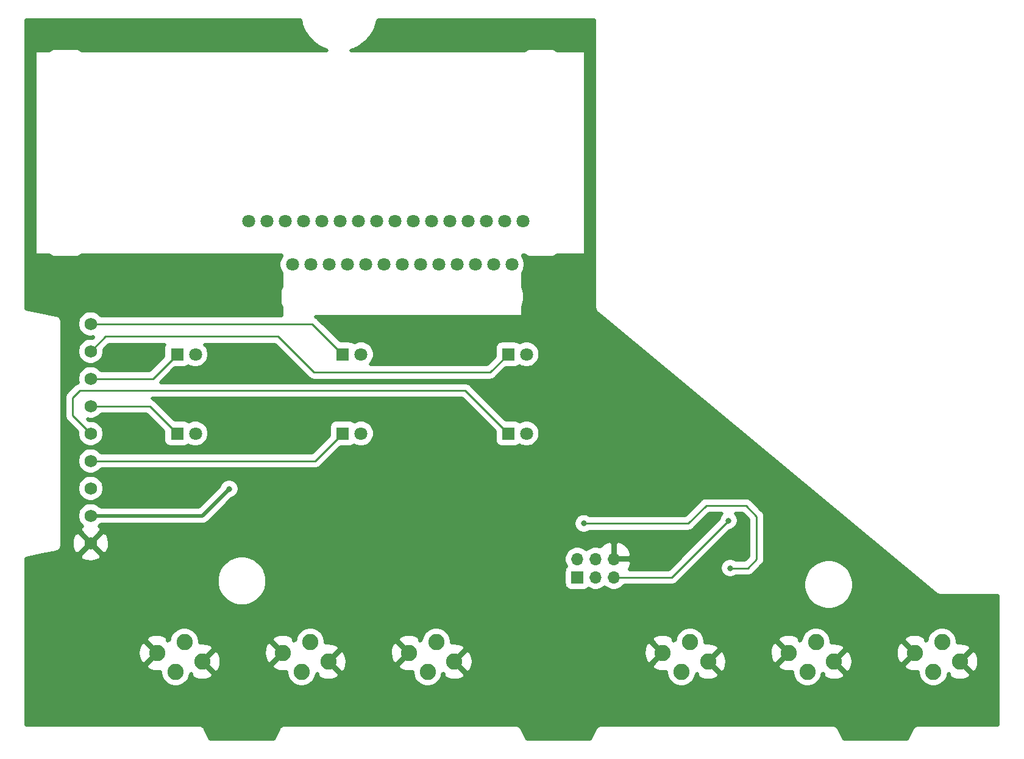
<source format=gbl>
G04 #@! TF.GenerationSoftware,KiCad,Pcbnew,(5.1.7)-1*
G04 #@! TF.CreationDate,2022-05-13T22:18:05+02:00*
G04 #@! TF.ProjectId,Anzeige-Modul,416e7a65-6967-4652-9d4d-6f64756c2e6b,rev?*
G04 #@! TF.SameCoordinates,Original*
G04 #@! TF.FileFunction,Copper,L2,Bot*
G04 #@! TF.FilePolarity,Positive*
%FSLAX46Y46*%
G04 Gerber Fmt 4.6, Leading zero omitted, Abs format (unit mm)*
G04 Created by KiCad (PCBNEW (5.1.7)-1) date 2022-05-13 22:18:05*
%MOMM*%
%LPD*%
G01*
G04 APERTURE LIST*
G04 #@! TA.AperFunction,ComponentPad*
%ADD10C,2.250000*%
G04 #@! TD*
G04 #@! TA.AperFunction,ComponentPad*
%ADD11C,1.750000*%
G04 #@! TD*
G04 #@! TA.AperFunction,ComponentPad*
%ADD12R,1.800000X1.800000*%
G04 #@! TD*
G04 #@! TA.AperFunction,ComponentPad*
%ADD13C,1.800000*%
G04 #@! TD*
G04 #@! TA.AperFunction,ComponentPad*
%ADD14R,1.700000X1.700000*%
G04 #@! TD*
G04 #@! TA.AperFunction,ComponentPad*
%ADD15O,1.700000X1.700000*%
G04 #@! TD*
G04 #@! TA.AperFunction,ViaPad*
%ADD16C,0.800000*%
G04 #@! TD*
G04 #@! TA.AperFunction,Conductor*
%ADD17C,0.500000*%
G04 #@! TD*
G04 #@! TA.AperFunction,Conductor*
%ADD18C,0.250000*%
G04 #@! TD*
G04 #@! TA.AperFunction,Conductor*
%ADD19C,0.100000*%
G04 #@! TD*
G04 APERTURE END LIST*
D10*
X39500000Y-104200000D03*
X35800000Y-105600000D03*
X33200000Y-103000000D03*
X37000000Y-101500000D03*
X57000000Y-104200000D03*
X53300000Y-105600000D03*
X50700000Y-103000000D03*
X54500000Y-101500000D03*
X74500000Y-104200000D03*
X70800000Y-105600000D03*
X68200000Y-103000000D03*
X72000000Y-101500000D03*
X109750000Y-104200000D03*
X106050000Y-105600000D03*
X103450000Y-103000000D03*
X107250000Y-101500000D03*
X144750000Y-104200000D03*
X141050000Y-105600000D03*
X138450000Y-103000000D03*
X142250000Y-101500000D03*
X127250000Y-104200000D03*
X123550000Y-105600000D03*
X120950000Y-103000000D03*
X124750000Y-101500000D03*
D11*
X24000000Y-87740000D03*
X24000000Y-83930000D03*
X24000000Y-80120000D03*
X24000000Y-76310000D03*
X24000000Y-72500000D03*
X24000000Y-68690000D03*
X24000000Y-64880000D03*
X24000000Y-61070000D03*
X24000000Y-57260000D03*
D12*
X36000000Y-61500000D03*
D13*
X38540000Y-61500000D03*
D12*
X59000000Y-61500000D03*
D13*
X61540000Y-61500000D03*
D12*
X82000000Y-61500000D03*
D13*
X84540000Y-61500000D03*
D12*
X36000000Y-72500000D03*
D13*
X38540000Y-72500000D03*
D12*
X59000000Y-72500000D03*
D13*
X61540000Y-72500000D03*
D12*
X82000000Y-72500000D03*
D13*
X84540000Y-72500000D03*
X52000000Y-49000000D03*
X54540000Y-49000000D03*
X57080000Y-49000000D03*
X59620000Y-49000000D03*
X62160000Y-49000000D03*
X64700000Y-49000000D03*
X67240000Y-49000000D03*
X69780000Y-49000000D03*
X72320000Y-49000000D03*
X74860000Y-49000000D03*
X77400000Y-49000000D03*
X79940000Y-49000000D03*
X82480000Y-49000000D03*
X84000000Y-43000000D03*
X81460000Y-43000000D03*
X78920000Y-43000000D03*
X76380000Y-43000000D03*
X73840000Y-43000000D03*
X71300000Y-43000000D03*
X68760000Y-43000000D03*
X66220000Y-43000000D03*
X63680000Y-43000000D03*
X61140000Y-43000000D03*
X58600000Y-43000000D03*
X56060000Y-43000000D03*
X53520000Y-43000000D03*
X50980000Y-43000000D03*
X48440000Y-43000000D03*
X45900000Y-43000000D03*
D14*
X91585000Y-92500000D03*
D15*
X91585000Y-89960000D03*
X94125000Y-92500000D03*
X94125000Y-89960000D03*
X96665000Y-92500000D03*
X96665000Y-89960000D03*
D16*
X100000000Y-72350000D03*
X100000000Y-73200000D03*
X100000000Y-74050000D03*
X100000000Y-74900000D03*
X100000000Y-75750000D03*
X100000000Y-76600000D03*
X85950000Y-79000000D03*
X85950000Y-68000000D03*
X39950000Y-68000000D03*
X39950000Y-79000000D03*
X62950000Y-68000000D03*
X62950000Y-79000000D03*
X34500000Y-87000000D03*
X106000000Y-94000000D03*
X112000000Y-87500000D03*
X109612653Y-84500000D03*
X106800000Y-76200000D03*
X112400000Y-73500000D03*
X104000000Y-76000000D03*
X103500000Y-68000000D03*
X96500000Y-68000000D03*
X43220000Y-80200000D03*
X112600000Y-84600000D03*
X92500000Y-85000000D03*
X112800000Y-91200000D03*
D17*
X24030000Y-80200000D02*
X24000000Y-80170000D01*
X39490000Y-83930000D02*
X39070000Y-83930000D01*
X43220000Y-80200000D02*
X39490000Y-83930000D01*
X24000000Y-83930000D02*
X39070000Y-83930000D01*
D18*
X104700000Y-92500000D02*
X112600000Y-84600000D01*
X96665000Y-92500000D02*
X104700000Y-92500000D01*
X116500000Y-84000000D02*
X115000000Y-82500000D01*
X116500000Y-90000000D02*
X116500000Y-84000000D01*
X115300000Y-91200000D02*
X116500000Y-90000000D01*
X112800000Y-91200000D02*
X115300000Y-91200000D01*
X107000000Y-85000000D02*
X109500000Y-82500000D01*
X92500000Y-85000000D02*
X107000000Y-85000000D01*
X115000000Y-82500000D02*
X109500000Y-82500000D01*
X24000000Y-64880000D02*
X32620000Y-64880000D01*
X32620000Y-64880000D02*
X36000000Y-61500000D01*
X24000000Y-57260000D02*
X54760000Y-57260000D01*
X54760000Y-57260000D02*
X59000000Y-61500000D01*
X24000000Y-61070000D02*
X26070000Y-59000000D01*
X26070000Y-59000000D02*
X50000000Y-59000000D01*
X50000000Y-59000000D02*
X55000000Y-64000000D01*
X55000000Y-64000000D02*
X79500000Y-64000000D01*
X79500000Y-64000000D02*
X82000000Y-61500000D01*
X24000000Y-68690000D02*
X32190000Y-68690000D01*
X32190000Y-68690000D02*
X36000000Y-72500000D01*
X24000000Y-76310000D02*
X55190000Y-76310000D01*
X55190000Y-76310000D02*
X59000000Y-72500000D01*
X76000000Y-66500000D02*
X82000000Y-72500000D01*
X22500000Y-66500000D02*
X76000000Y-66500000D01*
X21500000Y-67500000D02*
X22500000Y-66500000D01*
X21500000Y-70000000D02*
X21500000Y-67500000D01*
X24000000Y-72500000D02*
X21500000Y-70000000D01*
D17*
X53179314Y-15474526D02*
X53192790Y-15520021D01*
X53201762Y-15566612D01*
X53234608Y-15661198D01*
X53234612Y-15661211D01*
X53234613Y-15661212D01*
X53554133Y-16454042D01*
X53575969Y-16496168D01*
X53593588Y-16540219D01*
X53643730Y-16626892D01*
X53643735Y-16626902D01*
X53643739Y-16626906D01*
X54107410Y-17345008D01*
X54136815Y-17382242D01*
X54162450Y-17422172D01*
X54228072Y-17497794D01*
X54228082Y-17497807D01*
X54228088Y-17497812D01*
X54819184Y-18115279D01*
X54855103Y-18146284D01*
X54887823Y-18180643D01*
X54966550Y-18242483D01*
X54966573Y-18242503D01*
X54966586Y-18242510D01*
X55663771Y-18737059D01*
X55704905Y-18760712D01*
X55743530Y-18788263D01*
X55832558Y-18834116D01*
X56610696Y-19187915D01*
X56655562Y-19203364D01*
X56698701Y-19223114D01*
X56790348Y-19250000D01*
X22741246Y-19250000D01*
X22586171Y-19122733D01*
X22403762Y-19025233D01*
X22205836Y-18965193D01*
X22051578Y-18950000D01*
X22000000Y-18944920D01*
X21948422Y-18950000D01*
X19051578Y-18950000D01*
X19000000Y-18944920D01*
X18948422Y-18950000D01*
X18794164Y-18965193D01*
X18596238Y-19025233D01*
X18413829Y-19122733D01*
X18258754Y-19250000D01*
X16500000Y-19250000D01*
X16451227Y-19254804D01*
X16404329Y-19269030D01*
X16361107Y-19292133D01*
X16323223Y-19323223D01*
X16292133Y-19361107D01*
X16269030Y-19404329D01*
X16254804Y-19451227D01*
X16250000Y-19500000D01*
X16250000Y-47500000D01*
X16254804Y-47548773D01*
X16269030Y-47595671D01*
X16292133Y-47638893D01*
X16323223Y-47676777D01*
X16361107Y-47707867D01*
X16404329Y-47730970D01*
X16451227Y-47745196D01*
X16500000Y-47750000D01*
X18258754Y-47750000D01*
X18413829Y-47877267D01*
X18596238Y-47974767D01*
X18794164Y-48034807D01*
X19000000Y-48055080D01*
X19051578Y-48050000D01*
X21948422Y-48050000D01*
X22000000Y-48055080D01*
X22051578Y-48050000D01*
X22205836Y-48034807D01*
X22403762Y-47974767D01*
X22586171Y-47877267D01*
X22741246Y-47750000D01*
X50500000Y-47750000D01*
X50500000Y-47825000D01*
X50316242Y-48100013D01*
X50173016Y-48445791D01*
X50100000Y-48812866D01*
X50100000Y-49187134D01*
X50173016Y-49554209D01*
X50316242Y-49899987D01*
X50500000Y-50175000D01*
X50500000Y-52057707D01*
X50477096Y-52091157D01*
X50470289Y-52103745D01*
X50401570Y-52232987D01*
X50366158Y-52318901D01*
X50329568Y-52404274D01*
X50325336Y-52417945D01*
X50283030Y-52558072D01*
X50264981Y-52649227D01*
X50245672Y-52740066D01*
X50244176Y-52754299D01*
X50229892Y-52899975D01*
X50225000Y-52949650D01*
X50225001Y-54050351D01*
X50229965Y-54100752D01*
X50229965Y-54110493D01*
X50231461Y-54124726D01*
X50238557Y-54187985D01*
X50239832Y-54200935D01*
X50240113Y-54201861D01*
X50247777Y-54270188D01*
X50267094Y-54361068D01*
X50285137Y-54452192D01*
X50289366Y-54465855D01*
X50289368Y-54465862D01*
X50289371Y-54465868D01*
X50333628Y-54605386D01*
X50370226Y-54690776D01*
X50405628Y-54776667D01*
X50412435Y-54789256D01*
X50482952Y-54917525D01*
X50500000Y-54942423D01*
X50500000Y-56000000D01*
X50504804Y-56048773D01*
X50519030Y-56095671D01*
X50540052Y-56135000D01*
X25503342Y-56135000D01*
X25456407Y-56064757D01*
X25195243Y-55803593D01*
X24888145Y-55598397D01*
X24546917Y-55457056D01*
X24184671Y-55385000D01*
X23815329Y-55385000D01*
X23453083Y-55457056D01*
X23111855Y-55598397D01*
X22804757Y-55803593D01*
X22543593Y-56064757D01*
X22338397Y-56371855D01*
X22197056Y-56713083D01*
X22125000Y-57075329D01*
X22125000Y-57444671D01*
X22197056Y-57806917D01*
X22338397Y-58148145D01*
X22543593Y-58455243D01*
X22804757Y-58716407D01*
X23111855Y-58921603D01*
X23453083Y-59062944D01*
X23815329Y-59135000D01*
X24184671Y-59135000D01*
X24383575Y-59095435D01*
X24267529Y-59211482D01*
X24184671Y-59195000D01*
X23815329Y-59195000D01*
X23453083Y-59267056D01*
X23111855Y-59408397D01*
X22804757Y-59613593D01*
X22543593Y-59874757D01*
X22338397Y-60181855D01*
X22197056Y-60523083D01*
X22125000Y-60885329D01*
X22125000Y-61254671D01*
X22197056Y-61616917D01*
X22338397Y-61958145D01*
X22543593Y-62265243D01*
X22804757Y-62526407D01*
X23111855Y-62731603D01*
X23453083Y-62872944D01*
X23815329Y-62945000D01*
X24184671Y-62945000D01*
X24546917Y-62872944D01*
X24888145Y-62731603D01*
X25195243Y-62526407D01*
X25456407Y-62265243D01*
X25661603Y-61958145D01*
X25802944Y-61616917D01*
X25875000Y-61254671D01*
X25875000Y-60885329D01*
X25858518Y-60802471D01*
X26535990Y-60125000D01*
X34220006Y-60125000D01*
X34171651Y-60215465D01*
X34114470Y-60403966D01*
X34095162Y-60600000D01*
X34095162Y-61813848D01*
X32154011Y-63755000D01*
X25503342Y-63755000D01*
X25456407Y-63684757D01*
X25195243Y-63423593D01*
X24888145Y-63218397D01*
X24546917Y-63077056D01*
X24184671Y-63005000D01*
X23815329Y-63005000D01*
X23453083Y-63077056D01*
X23111855Y-63218397D01*
X22804757Y-63423593D01*
X22543593Y-63684757D01*
X22338397Y-63991855D01*
X22197056Y-64333083D01*
X22125000Y-64695329D01*
X22125000Y-65064671D01*
X22195060Y-65416881D01*
X22067398Y-65455607D01*
X21871959Y-65560071D01*
X21779398Y-65636035D01*
X21700656Y-65700656D01*
X21665426Y-65743584D01*
X20743584Y-66665427D01*
X20700657Y-66700656D01*
X20665428Y-66743583D01*
X20560072Y-66871960D01*
X20455607Y-67067399D01*
X20391279Y-67279462D01*
X20369557Y-67500000D01*
X20375001Y-67555271D01*
X20375000Y-69944738D01*
X20369557Y-70000000D01*
X20375000Y-70055261D01*
X20375000Y-70055263D01*
X20391278Y-70220537D01*
X20455607Y-70432601D01*
X20560071Y-70628040D01*
X20700656Y-70799344D01*
X20743589Y-70834578D01*
X22141482Y-72232471D01*
X22125000Y-72315329D01*
X22125000Y-72684671D01*
X22197056Y-73046917D01*
X22338397Y-73388145D01*
X22543593Y-73695243D01*
X22804757Y-73956407D01*
X23111855Y-74161603D01*
X23453083Y-74302944D01*
X23815329Y-74375000D01*
X24184671Y-74375000D01*
X24546917Y-74302944D01*
X24888145Y-74161603D01*
X25195243Y-73956407D01*
X25456407Y-73695243D01*
X25661603Y-73388145D01*
X25802944Y-73046917D01*
X25875000Y-72684671D01*
X25875000Y-72315329D01*
X25802944Y-71953083D01*
X25661603Y-71611855D01*
X25456407Y-71304757D01*
X25195243Y-71043593D01*
X24888145Y-70838397D01*
X24546917Y-70697056D01*
X24184671Y-70625000D01*
X23815329Y-70625000D01*
X23732471Y-70641482D01*
X23616425Y-70525435D01*
X23815329Y-70565000D01*
X24184671Y-70565000D01*
X24546917Y-70492944D01*
X24888145Y-70351603D01*
X25195243Y-70146407D01*
X25456407Y-69885243D01*
X25503342Y-69815000D01*
X31724011Y-69815000D01*
X34095162Y-72186152D01*
X34095162Y-73400000D01*
X34114470Y-73596034D01*
X34171651Y-73784535D01*
X34264508Y-73958258D01*
X34389472Y-74110528D01*
X34541742Y-74235492D01*
X34715465Y-74328349D01*
X34903966Y-74385530D01*
X35100000Y-74404838D01*
X36900000Y-74404838D01*
X37096034Y-74385530D01*
X37284535Y-74328349D01*
X37458258Y-74235492D01*
X37574575Y-74140034D01*
X37640013Y-74183758D01*
X37985791Y-74326984D01*
X38352866Y-74400000D01*
X38727134Y-74400000D01*
X39094209Y-74326984D01*
X39439987Y-74183758D01*
X39751179Y-73975826D01*
X40015826Y-73711179D01*
X40223758Y-73399987D01*
X40366984Y-73054209D01*
X40440000Y-72687134D01*
X40440000Y-72312866D01*
X40366984Y-71945791D01*
X40223758Y-71600013D01*
X40015826Y-71288821D01*
X39751179Y-71024174D01*
X39439987Y-70816242D01*
X39094209Y-70673016D01*
X38727134Y-70600000D01*
X38352866Y-70600000D01*
X37985791Y-70673016D01*
X37640013Y-70816242D01*
X37574575Y-70859966D01*
X37458258Y-70764508D01*
X37284535Y-70671651D01*
X37096034Y-70614470D01*
X36900000Y-70595162D01*
X35686152Y-70595162D01*
X33024578Y-67933589D01*
X32989344Y-67890656D01*
X32818040Y-67750071D01*
X32622602Y-67645607D01*
X32554670Y-67625000D01*
X75534011Y-67625000D01*
X80095162Y-72186152D01*
X80095162Y-73400000D01*
X80114470Y-73596034D01*
X80171651Y-73784535D01*
X80264508Y-73958258D01*
X80389472Y-74110528D01*
X80541742Y-74235492D01*
X80715465Y-74328349D01*
X80903966Y-74385530D01*
X81100000Y-74404838D01*
X82900000Y-74404838D01*
X83096034Y-74385530D01*
X83284535Y-74328349D01*
X83458258Y-74235492D01*
X83574575Y-74140034D01*
X83640013Y-74183758D01*
X83985791Y-74326984D01*
X84352866Y-74400000D01*
X84727134Y-74400000D01*
X85094209Y-74326984D01*
X85439987Y-74183758D01*
X85751179Y-73975826D01*
X86015826Y-73711179D01*
X86223758Y-73399987D01*
X86366984Y-73054209D01*
X86440000Y-72687134D01*
X86440000Y-72312866D01*
X86366984Y-71945791D01*
X86223758Y-71600013D01*
X86015826Y-71288821D01*
X85751179Y-71024174D01*
X85439987Y-70816242D01*
X85094209Y-70673016D01*
X84727134Y-70600000D01*
X84352866Y-70600000D01*
X83985791Y-70673016D01*
X83640013Y-70816242D01*
X83574575Y-70859966D01*
X83458258Y-70764508D01*
X83284535Y-70671651D01*
X83096034Y-70614470D01*
X82900000Y-70595162D01*
X81686152Y-70595162D01*
X76834578Y-65743589D01*
X76799344Y-65700656D01*
X76628040Y-65560071D01*
X76432602Y-65455607D01*
X76220538Y-65391278D01*
X76055264Y-65375000D01*
X76055261Y-65375000D01*
X76000000Y-65369557D01*
X75944739Y-65375000D01*
X33715989Y-65375000D01*
X35686152Y-63404838D01*
X36900000Y-63404838D01*
X37096034Y-63385530D01*
X37284535Y-63328349D01*
X37458258Y-63235492D01*
X37574575Y-63140034D01*
X37640013Y-63183758D01*
X37985791Y-63326984D01*
X38352866Y-63400000D01*
X38727134Y-63400000D01*
X39094209Y-63326984D01*
X39439987Y-63183758D01*
X39751179Y-62975826D01*
X40015826Y-62711179D01*
X40223758Y-62399987D01*
X40366984Y-62054209D01*
X40440000Y-61687134D01*
X40440000Y-61312866D01*
X40366984Y-60945791D01*
X40223758Y-60600013D01*
X40015826Y-60288821D01*
X39852005Y-60125000D01*
X49534011Y-60125000D01*
X54165426Y-64756416D01*
X54200656Y-64799344D01*
X54371960Y-64939929D01*
X54567398Y-65044393D01*
X54779462Y-65108722D01*
X54944736Y-65125000D01*
X54944738Y-65125000D01*
X55000000Y-65130443D01*
X55055261Y-65125000D01*
X79444739Y-65125000D01*
X79500000Y-65130443D01*
X79555261Y-65125000D01*
X79555264Y-65125000D01*
X79720538Y-65108722D01*
X79932602Y-65044393D01*
X80128040Y-64939929D01*
X80299344Y-64799344D01*
X80334578Y-64756411D01*
X81686152Y-63404838D01*
X82900000Y-63404838D01*
X83096034Y-63385530D01*
X83284535Y-63328349D01*
X83458258Y-63235492D01*
X83574575Y-63140034D01*
X83640013Y-63183758D01*
X83985791Y-63326984D01*
X84352866Y-63400000D01*
X84727134Y-63400000D01*
X85094209Y-63326984D01*
X85439987Y-63183758D01*
X85751179Y-62975826D01*
X86015826Y-62711179D01*
X86223758Y-62399987D01*
X86366984Y-62054209D01*
X86440000Y-61687134D01*
X86440000Y-61312866D01*
X86366984Y-60945791D01*
X86223758Y-60600013D01*
X86015826Y-60288821D01*
X85751179Y-60024174D01*
X85439987Y-59816242D01*
X85094209Y-59673016D01*
X84727134Y-59600000D01*
X84352866Y-59600000D01*
X83985791Y-59673016D01*
X83640013Y-59816242D01*
X83574575Y-59859966D01*
X83458258Y-59764508D01*
X83284535Y-59671651D01*
X83096034Y-59614470D01*
X82900000Y-59595162D01*
X81100000Y-59595162D01*
X80903966Y-59614470D01*
X80715465Y-59671651D01*
X80541742Y-59764508D01*
X80389472Y-59889472D01*
X80264508Y-60041742D01*
X80171651Y-60215465D01*
X80114470Y-60403966D01*
X80095162Y-60600000D01*
X80095162Y-61813848D01*
X79034011Y-62875000D01*
X62852005Y-62875000D01*
X63015826Y-62711179D01*
X63223758Y-62399987D01*
X63366984Y-62054209D01*
X63440000Y-61687134D01*
X63440000Y-61312866D01*
X63366984Y-60945791D01*
X63223758Y-60600013D01*
X63015826Y-60288821D01*
X62751179Y-60024174D01*
X62439987Y-59816242D01*
X62094209Y-59673016D01*
X61727134Y-59600000D01*
X61352866Y-59600000D01*
X60985791Y-59673016D01*
X60640013Y-59816242D01*
X60574575Y-59859966D01*
X60458258Y-59764508D01*
X60284535Y-59671651D01*
X60096034Y-59614470D01*
X59900000Y-59595162D01*
X58686152Y-59595162D01*
X55594578Y-56503589D01*
X55559344Y-56460656D01*
X55388040Y-56320071D01*
X55256947Y-56250000D01*
X83750000Y-56250000D01*
X83798773Y-56245196D01*
X83845671Y-56230970D01*
X83888893Y-56207867D01*
X83926777Y-56176777D01*
X83957867Y-56138893D01*
X83980970Y-56095671D01*
X83995196Y-56048773D01*
X84000000Y-56000000D01*
X84000000Y-54913084D01*
X84002904Y-54908843D01*
X84009711Y-54896254D01*
X84078430Y-54767013D01*
X84113831Y-54681125D01*
X84150432Y-54595727D01*
X84154664Y-54582055D01*
X84196970Y-54441928D01*
X84215019Y-54350773D01*
X84234328Y-54259934D01*
X84235824Y-54245701D01*
X84250108Y-54100024D01*
X84250108Y-54100021D01*
X84255000Y-54050351D01*
X84255000Y-52949649D01*
X84250035Y-52899238D01*
X84250035Y-52889506D01*
X84248539Y-52875273D01*
X84241451Y-52812084D01*
X84240169Y-52799065D01*
X84239886Y-52798134D01*
X84232223Y-52729812D01*
X84212906Y-52638932D01*
X84194863Y-52547808D01*
X84190632Y-52534137D01*
X84146372Y-52394615D01*
X84109785Y-52309250D01*
X84074372Y-52223333D01*
X84067565Y-52210744D01*
X84000000Y-52087845D01*
X84000000Y-50145068D01*
X84163758Y-49899987D01*
X84306984Y-49554209D01*
X84380000Y-49187134D01*
X84380000Y-48812866D01*
X84306984Y-48445791D01*
X84163758Y-48100013D01*
X84000000Y-47854932D01*
X84000000Y-47750000D01*
X84258754Y-47750000D01*
X84413829Y-47877267D01*
X84596238Y-47974767D01*
X84794164Y-48034807D01*
X85000000Y-48055080D01*
X85051578Y-48050000D01*
X87948422Y-48050000D01*
X88000000Y-48055080D01*
X88051578Y-48050000D01*
X88205836Y-48034807D01*
X88403762Y-47974767D01*
X88586171Y-47877267D01*
X88741246Y-47750000D01*
X92500000Y-47750000D01*
X92548773Y-47745196D01*
X92595671Y-47730970D01*
X92638893Y-47707867D01*
X92676777Y-47676777D01*
X92707867Y-47638893D01*
X92730970Y-47595671D01*
X92745196Y-47548773D01*
X92750000Y-47500000D01*
X92750000Y-19500000D01*
X92745196Y-19451227D01*
X92730970Y-19404329D01*
X92707867Y-19361107D01*
X92676777Y-19323223D01*
X92638893Y-19292133D01*
X92595671Y-19269030D01*
X92548773Y-19254804D01*
X92500000Y-19250000D01*
X88741246Y-19250000D01*
X88586171Y-19122733D01*
X88403762Y-19025233D01*
X88205836Y-18965193D01*
X88051578Y-18950000D01*
X88000000Y-18944920D01*
X87948422Y-18950000D01*
X85051578Y-18950000D01*
X85000000Y-18944920D01*
X84948422Y-18950000D01*
X84794164Y-18965193D01*
X84596238Y-19025233D01*
X84413829Y-19122733D01*
X84258754Y-19250000D01*
X60161908Y-19250000D01*
X60709508Y-19059841D01*
X60752644Y-19040092D01*
X60797511Y-19024643D01*
X60886538Y-18978791D01*
X61626438Y-18550748D01*
X61665070Y-18523192D01*
X61706197Y-18499543D01*
X61784938Y-18437692D01*
X61784949Y-18437684D01*
X61784954Y-18437679D01*
X62430559Y-17877452D01*
X62463284Y-17843087D01*
X62499196Y-17812089D01*
X62564829Y-17736454D01*
X63092855Y-17064246D01*
X63118488Y-17024319D01*
X63147895Y-16987083D01*
X63198036Y-16900411D01*
X63198042Y-16900402D01*
X63198044Y-16900398D01*
X63589429Y-16140475D01*
X63607050Y-16096420D01*
X63628884Y-16054297D01*
X63661735Y-15959697D01*
X63902363Y-15139471D01*
X63911335Y-15092879D01*
X63924811Y-15047386D01*
X63928057Y-15025000D01*
X93975000Y-15025000D01*
X93975001Y-54997215D01*
X93974469Y-55095398D01*
X93984600Y-55147814D01*
X93989832Y-55200935D01*
X94003710Y-55246685D01*
X94012785Y-55293636D01*
X94032949Y-55343071D01*
X94048443Y-55394148D01*
X94070983Y-55436317D01*
X94089041Y-55480590D01*
X94118454Y-55525130D01*
X94143621Y-55572215D01*
X94173958Y-55609180D01*
X94200303Y-55649075D01*
X94237842Y-55687022D01*
X94271710Y-55728291D01*
X94347671Y-55790631D01*
X141269932Y-94726126D01*
X141271709Y-94728291D01*
X141347582Y-94790559D01*
X141384211Y-94820953D01*
X141386517Y-94822512D01*
X141427785Y-94856380D01*
X141469957Y-94878921D01*
X141509565Y-94905698D01*
X141558770Y-94926392D01*
X141605852Y-94951558D01*
X141651612Y-94965439D01*
X141695682Y-94983974D01*
X141747976Y-94994671D01*
X141799065Y-95010169D01*
X141846650Y-95014856D01*
X141893494Y-95024438D01*
X141946877Y-95024727D01*
X141949649Y-95025000D01*
X141997309Y-95025000D01*
X142095398Y-95025531D01*
X142098145Y-95025000D01*
X149975001Y-95025000D01*
X149975000Y-112975000D01*
X139086874Y-112975000D01*
X139073012Y-112972633D01*
X138986088Y-112975000D01*
X138949649Y-112975000D01*
X138935725Y-112976371D01*
X138871180Y-112978129D01*
X138835495Y-112986243D01*
X138799065Y-112989831D01*
X138737257Y-113008580D01*
X138674298Y-113022896D01*
X138640880Y-113037816D01*
X138605852Y-113048442D01*
X138548900Y-113078883D01*
X138489932Y-113105211D01*
X138460065Y-113126366D01*
X138427785Y-113143620D01*
X138377861Y-113184592D01*
X138325169Y-113221914D01*
X138300004Y-113248488D01*
X138271709Y-113271709D01*
X138230742Y-113321627D01*
X138186338Y-113368517D01*
X138166839Y-113399493D01*
X138143620Y-113427785D01*
X138113181Y-113484733D01*
X138105729Y-113496571D01*
X138089437Y-113529156D01*
X138048442Y-113605852D01*
X138044359Y-113619310D01*
X137366516Y-114975000D01*
X128633484Y-114975000D01*
X127955642Y-113619315D01*
X127951558Y-113605852D01*
X127910548Y-113529128D01*
X127894270Y-113496571D01*
X127886825Y-113484744D01*
X127856380Y-113427785D01*
X127833157Y-113399487D01*
X127813661Y-113368517D01*
X127769263Y-113321633D01*
X127728291Y-113271709D01*
X127699995Y-113248487D01*
X127674831Y-113221914D01*
X127622141Y-113184594D01*
X127572215Y-113143620D01*
X127539932Y-113126365D01*
X127510067Y-113105211D01*
X127451105Y-113078886D01*
X127394148Y-113048442D01*
X127359117Y-113037815D01*
X127325701Y-113022896D01*
X127262746Y-113008581D01*
X127200935Y-112989831D01*
X127164503Y-112986243D01*
X127128819Y-112978129D01*
X127064276Y-112976371D01*
X127050351Y-112975000D01*
X127013912Y-112975000D01*
X126926988Y-112972633D01*
X126913126Y-112975000D01*
X95086874Y-112975000D01*
X95073012Y-112972633D01*
X94986088Y-112975000D01*
X94949649Y-112975000D01*
X94935725Y-112976371D01*
X94871180Y-112978129D01*
X94835495Y-112986243D01*
X94799065Y-112989831D01*
X94737257Y-113008580D01*
X94674298Y-113022896D01*
X94640880Y-113037816D01*
X94605852Y-113048442D01*
X94548900Y-113078883D01*
X94489932Y-113105211D01*
X94460065Y-113126366D01*
X94427785Y-113143620D01*
X94377861Y-113184592D01*
X94325169Y-113221914D01*
X94300004Y-113248488D01*
X94271709Y-113271709D01*
X94230742Y-113321627D01*
X94186338Y-113368517D01*
X94166839Y-113399493D01*
X94143620Y-113427785D01*
X94113181Y-113484733D01*
X94105729Y-113496571D01*
X94089437Y-113529156D01*
X94048442Y-113605852D01*
X94044359Y-113619310D01*
X93366516Y-114975000D01*
X84633484Y-114975000D01*
X83955642Y-113619315D01*
X83951558Y-113605852D01*
X83910548Y-113529128D01*
X83894270Y-113496571D01*
X83886825Y-113484744D01*
X83856380Y-113427785D01*
X83833157Y-113399487D01*
X83813661Y-113368517D01*
X83769263Y-113321633D01*
X83728291Y-113271709D01*
X83699995Y-113248487D01*
X83674831Y-113221914D01*
X83622141Y-113184594D01*
X83572215Y-113143620D01*
X83539932Y-113126365D01*
X83510067Y-113105211D01*
X83451105Y-113078886D01*
X83394148Y-113048442D01*
X83359117Y-113037815D01*
X83325701Y-113022896D01*
X83262746Y-113008581D01*
X83200935Y-112989831D01*
X83164503Y-112986243D01*
X83128819Y-112978129D01*
X83064276Y-112976371D01*
X83050351Y-112975000D01*
X83013912Y-112975000D01*
X82926988Y-112972633D01*
X82913126Y-112975000D01*
X51086874Y-112975000D01*
X51073012Y-112972633D01*
X50986088Y-112975000D01*
X50949649Y-112975000D01*
X50935725Y-112976371D01*
X50871180Y-112978129D01*
X50835495Y-112986243D01*
X50799065Y-112989831D01*
X50737257Y-113008580D01*
X50674298Y-113022896D01*
X50640880Y-113037816D01*
X50605852Y-113048442D01*
X50548900Y-113078883D01*
X50489932Y-113105211D01*
X50460065Y-113126366D01*
X50427785Y-113143620D01*
X50377861Y-113184592D01*
X50325169Y-113221914D01*
X50300004Y-113248488D01*
X50271709Y-113271709D01*
X50230742Y-113321627D01*
X50186338Y-113368517D01*
X50166839Y-113399493D01*
X50143620Y-113427785D01*
X50113181Y-113484733D01*
X50105729Y-113496571D01*
X50089437Y-113529156D01*
X50048442Y-113605852D01*
X50044359Y-113619310D01*
X49366516Y-114975000D01*
X40633484Y-114975000D01*
X39955642Y-113619315D01*
X39951558Y-113605852D01*
X39910548Y-113529128D01*
X39894270Y-113496571D01*
X39886825Y-113484744D01*
X39856380Y-113427785D01*
X39833157Y-113399487D01*
X39813661Y-113368517D01*
X39769263Y-113321633D01*
X39728291Y-113271709D01*
X39699995Y-113248487D01*
X39674831Y-113221914D01*
X39622141Y-113184594D01*
X39572215Y-113143620D01*
X39539932Y-113126365D01*
X39510067Y-113105211D01*
X39451105Y-113078886D01*
X39394148Y-113048442D01*
X39359117Y-113037815D01*
X39325701Y-113022896D01*
X39262746Y-113008581D01*
X39200935Y-112989831D01*
X39164503Y-112986243D01*
X39128819Y-112978129D01*
X39064276Y-112976371D01*
X39050351Y-112975000D01*
X39013912Y-112975000D01*
X38926988Y-112972633D01*
X38913126Y-112975000D01*
X15025000Y-112975000D01*
X15025000Y-103021465D01*
X30562387Y-103021465D01*
X30617256Y-103535625D01*
X30771377Y-104029202D01*
X30994979Y-104447532D01*
X31514083Y-104509140D01*
X33023223Y-103000000D01*
X31514083Y-101490860D01*
X30994979Y-101552468D01*
X30754948Y-102010460D01*
X30608880Y-102506480D01*
X30562387Y-103021465D01*
X15025000Y-103021465D01*
X15025000Y-101314083D01*
X31690860Y-101314083D01*
X33200000Y-102823223D01*
X33214142Y-102809081D01*
X33390919Y-102985858D01*
X33376777Y-103000000D01*
X33390919Y-103014142D01*
X33214142Y-103190919D01*
X33200000Y-103176777D01*
X31690860Y-104685917D01*
X31752468Y-105205021D01*
X32210460Y-105445052D01*
X32706480Y-105591120D01*
X33221465Y-105637613D01*
X33675000Y-105589214D01*
X33675000Y-105809294D01*
X33756663Y-106219840D01*
X33916849Y-106606565D01*
X34149405Y-106954609D01*
X34445391Y-107250595D01*
X34793435Y-107483151D01*
X35180160Y-107643337D01*
X35590706Y-107725000D01*
X36009294Y-107725000D01*
X36419840Y-107643337D01*
X36806565Y-107483151D01*
X37154609Y-107250595D01*
X37450595Y-106954609D01*
X37683151Y-106606565D01*
X37843337Y-106219840D01*
X37889620Y-105987159D01*
X37990860Y-105885919D01*
X38052468Y-106405021D01*
X38510460Y-106645052D01*
X39006480Y-106791120D01*
X39521465Y-106837613D01*
X40035625Y-106782744D01*
X40529202Y-106628623D01*
X40947532Y-106405021D01*
X41009140Y-105885917D01*
X39500000Y-104376777D01*
X39485858Y-104390919D01*
X39309081Y-104214142D01*
X39323223Y-104200000D01*
X39676777Y-104200000D01*
X41185917Y-105709140D01*
X41705021Y-105647532D01*
X41945052Y-105189540D01*
X42091120Y-104693520D01*
X42137613Y-104178535D01*
X42082744Y-103664375D01*
X41928623Y-103170798D01*
X41848803Y-103021465D01*
X48062387Y-103021465D01*
X48117256Y-103535625D01*
X48271377Y-104029202D01*
X48494979Y-104447532D01*
X49014083Y-104509140D01*
X50523223Y-103000000D01*
X49014083Y-101490860D01*
X48494979Y-101552468D01*
X48254948Y-102010460D01*
X48108880Y-102506480D01*
X48062387Y-103021465D01*
X41848803Y-103021465D01*
X41705021Y-102752468D01*
X41185917Y-102690860D01*
X39676777Y-104200000D01*
X39323223Y-104200000D01*
X39309081Y-104185858D01*
X39485858Y-104009081D01*
X39500000Y-104023223D01*
X41009140Y-102514083D01*
X40947532Y-101994979D01*
X40489540Y-101754948D01*
X39993520Y-101608880D01*
X39478535Y-101562387D01*
X39125000Y-101600115D01*
X39125000Y-101314083D01*
X49190860Y-101314083D01*
X50700000Y-102823223D01*
X50714142Y-102809081D01*
X50890919Y-102985858D01*
X50876777Y-103000000D01*
X50890919Y-103014142D01*
X50714142Y-103190919D01*
X50700000Y-103176777D01*
X49190860Y-104685917D01*
X49252468Y-105205021D01*
X49710460Y-105445052D01*
X50206480Y-105591120D01*
X50721465Y-105637613D01*
X51175000Y-105589214D01*
X51175000Y-105809294D01*
X51256663Y-106219840D01*
X51416849Y-106606565D01*
X51649405Y-106954609D01*
X51945391Y-107250595D01*
X52293435Y-107483151D01*
X52680160Y-107643337D01*
X53090706Y-107725000D01*
X53509294Y-107725000D01*
X53919840Y-107643337D01*
X54306565Y-107483151D01*
X54654609Y-107250595D01*
X54950595Y-106954609D01*
X55183151Y-106606565D01*
X55343337Y-106219840D01*
X55389620Y-105987159D01*
X55490860Y-105885919D01*
X55552468Y-106405021D01*
X56010460Y-106645052D01*
X56506480Y-106791120D01*
X57021465Y-106837613D01*
X57535625Y-106782744D01*
X58029202Y-106628623D01*
X58447532Y-106405021D01*
X58509140Y-105885917D01*
X57000000Y-104376777D01*
X56985858Y-104390919D01*
X56809081Y-104214142D01*
X56823223Y-104200000D01*
X57176777Y-104200000D01*
X58685917Y-105709140D01*
X59205021Y-105647532D01*
X59445052Y-105189540D01*
X59591120Y-104693520D01*
X59637613Y-104178535D01*
X59582744Y-103664375D01*
X59428623Y-103170798D01*
X59348803Y-103021465D01*
X65562387Y-103021465D01*
X65617256Y-103535625D01*
X65771377Y-104029202D01*
X65994979Y-104447532D01*
X66514083Y-104509140D01*
X68023223Y-103000000D01*
X66514083Y-101490860D01*
X65994979Y-101552468D01*
X65754948Y-102010460D01*
X65608880Y-102506480D01*
X65562387Y-103021465D01*
X59348803Y-103021465D01*
X59205021Y-102752468D01*
X58685917Y-102690860D01*
X57176777Y-104200000D01*
X56823223Y-104200000D01*
X56809081Y-104185858D01*
X56985858Y-104009081D01*
X57000000Y-104023223D01*
X58509140Y-102514083D01*
X58447532Y-101994979D01*
X57989540Y-101754948D01*
X57493520Y-101608880D01*
X56978535Y-101562387D01*
X56625000Y-101600115D01*
X56625000Y-101314083D01*
X66690860Y-101314083D01*
X68200000Y-102823223D01*
X68214142Y-102809081D01*
X68390919Y-102985858D01*
X68376777Y-103000000D01*
X68390919Y-103014142D01*
X68214142Y-103190919D01*
X68200000Y-103176777D01*
X66690860Y-104685917D01*
X66752468Y-105205021D01*
X67210460Y-105445052D01*
X67706480Y-105591120D01*
X68221465Y-105637613D01*
X68675000Y-105589214D01*
X68675000Y-105809294D01*
X68756663Y-106219840D01*
X68916849Y-106606565D01*
X69149405Y-106954609D01*
X69445391Y-107250595D01*
X69793435Y-107483151D01*
X70180160Y-107643337D01*
X70590706Y-107725000D01*
X71009294Y-107725000D01*
X71419840Y-107643337D01*
X71806565Y-107483151D01*
X72154609Y-107250595D01*
X72450595Y-106954609D01*
X72683151Y-106606565D01*
X72843337Y-106219840D01*
X72889620Y-105987159D01*
X72990860Y-105885919D01*
X73052468Y-106405021D01*
X73510460Y-106645052D01*
X74006480Y-106791120D01*
X74521465Y-106837613D01*
X75035625Y-106782744D01*
X75529202Y-106628623D01*
X75947532Y-106405021D01*
X76009140Y-105885917D01*
X74500000Y-104376777D01*
X74485858Y-104390919D01*
X74309081Y-104214142D01*
X74323223Y-104200000D01*
X74676777Y-104200000D01*
X76185917Y-105709140D01*
X76705021Y-105647532D01*
X76945052Y-105189540D01*
X77091120Y-104693520D01*
X77137613Y-104178535D01*
X77082744Y-103664375D01*
X76928623Y-103170798D01*
X76848803Y-103021465D01*
X100812387Y-103021465D01*
X100867256Y-103535625D01*
X101021377Y-104029202D01*
X101244979Y-104447532D01*
X101764083Y-104509140D01*
X103273223Y-103000000D01*
X101764083Y-101490860D01*
X101244979Y-101552468D01*
X101004948Y-102010460D01*
X100858880Y-102506480D01*
X100812387Y-103021465D01*
X76848803Y-103021465D01*
X76705021Y-102752468D01*
X76185917Y-102690860D01*
X74676777Y-104200000D01*
X74323223Y-104200000D01*
X74309081Y-104185858D01*
X74485858Y-104009081D01*
X74500000Y-104023223D01*
X76009140Y-102514083D01*
X75947532Y-101994979D01*
X75489540Y-101754948D01*
X74993520Y-101608880D01*
X74478535Y-101562387D01*
X74125000Y-101600115D01*
X74125000Y-101314083D01*
X101940860Y-101314083D01*
X103450000Y-102823223D01*
X103464142Y-102809081D01*
X103640919Y-102985858D01*
X103626777Y-103000000D01*
X103640919Y-103014142D01*
X103464142Y-103190919D01*
X103450000Y-103176777D01*
X101940860Y-104685917D01*
X102002468Y-105205021D01*
X102460460Y-105445052D01*
X102956480Y-105591120D01*
X103471465Y-105637613D01*
X103925000Y-105589214D01*
X103925000Y-105809294D01*
X104006663Y-106219840D01*
X104166849Y-106606565D01*
X104399405Y-106954609D01*
X104695391Y-107250595D01*
X105043435Y-107483151D01*
X105430160Y-107643337D01*
X105840706Y-107725000D01*
X106259294Y-107725000D01*
X106669840Y-107643337D01*
X107056565Y-107483151D01*
X107404609Y-107250595D01*
X107700595Y-106954609D01*
X107933151Y-106606565D01*
X108093337Y-106219840D01*
X108139620Y-105987159D01*
X108240860Y-105885919D01*
X108302468Y-106405021D01*
X108760460Y-106645052D01*
X109256480Y-106791120D01*
X109771465Y-106837613D01*
X110285625Y-106782744D01*
X110779202Y-106628623D01*
X111197532Y-106405021D01*
X111259140Y-105885917D01*
X109750000Y-104376777D01*
X109735858Y-104390919D01*
X109559081Y-104214142D01*
X109573223Y-104200000D01*
X109926777Y-104200000D01*
X111435917Y-105709140D01*
X111955021Y-105647532D01*
X112195052Y-105189540D01*
X112341120Y-104693520D01*
X112387613Y-104178535D01*
X112332744Y-103664375D01*
X112178623Y-103170798D01*
X112098803Y-103021465D01*
X118312387Y-103021465D01*
X118367256Y-103535625D01*
X118521377Y-104029202D01*
X118744979Y-104447532D01*
X119264083Y-104509140D01*
X120773223Y-103000000D01*
X119264083Y-101490860D01*
X118744979Y-101552468D01*
X118504948Y-102010460D01*
X118358880Y-102506480D01*
X118312387Y-103021465D01*
X112098803Y-103021465D01*
X111955021Y-102752468D01*
X111435917Y-102690860D01*
X109926777Y-104200000D01*
X109573223Y-104200000D01*
X109559081Y-104185858D01*
X109735858Y-104009081D01*
X109750000Y-104023223D01*
X111259140Y-102514083D01*
X111197532Y-101994979D01*
X110739540Y-101754948D01*
X110243520Y-101608880D01*
X109728535Y-101562387D01*
X109375000Y-101600115D01*
X109375000Y-101314083D01*
X119440860Y-101314083D01*
X120950000Y-102823223D01*
X120964142Y-102809081D01*
X121140919Y-102985858D01*
X121126777Y-103000000D01*
X121140919Y-103014142D01*
X120964142Y-103190919D01*
X120950000Y-103176777D01*
X119440860Y-104685917D01*
X119502468Y-105205021D01*
X119960460Y-105445052D01*
X120456480Y-105591120D01*
X120971465Y-105637613D01*
X121425000Y-105589214D01*
X121425000Y-105809294D01*
X121506663Y-106219840D01*
X121666849Y-106606565D01*
X121899405Y-106954609D01*
X122195391Y-107250595D01*
X122543435Y-107483151D01*
X122930160Y-107643337D01*
X123340706Y-107725000D01*
X123759294Y-107725000D01*
X124169840Y-107643337D01*
X124556565Y-107483151D01*
X124904609Y-107250595D01*
X125200595Y-106954609D01*
X125433151Y-106606565D01*
X125593337Y-106219840D01*
X125639620Y-105987159D01*
X125740860Y-105885919D01*
X125802468Y-106405021D01*
X126260460Y-106645052D01*
X126756480Y-106791120D01*
X127271465Y-106837613D01*
X127785625Y-106782744D01*
X128279202Y-106628623D01*
X128697532Y-106405021D01*
X128759140Y-105885917D01*
X127250000Y-104376777D01*
X127235858Y-104390919D01*
X127059081Y-104214142D01*
X127073223Y-104200000D01*
X127426777Y-104200000D01*
X128935917Y-105709140D01*
X129455021Y-105647532D01*
X129695052Y-105189540D01*
X129841120Y-104693520D01*
X129887613Y-104178535D01*
X129832744Y-103664375D01*
X129678623Y-103170798D01*
X129598803Y-103021465D01*
X135812387Y-103021465D01*
X135867256Y-103535625D01*
X136021377Y-104029202D01*
X136244979Y-104447532D01*
X136764083Y-104509140D01*
X138273223Y-103000000D01*
X136764083Y-101490860D01*
X136244979Y-101552468D01*
X136004948Y-102010460D01*
X135858880Y-102506480D01*
X135812387Y-103021465D01*
X129598803Y-103021465D01*
X129455021Y-102752468D01*
X128935917Y-102690860D01*
X127426777Y-104200000D01*
X127073223Y-104200000D01*
X127059081Y-104185858D01*
X127235858Y-104009081D01*
X127250000Y-104023223D01*
X128759140Y-102514083D01*
X128697532Y-101994979D01*
X128239540Y-101754948D01*
X127743520Y-101608880D01*
X127228535Y-101562387D01*
X126875000Y-101600115D01*
X126875000Y-101314083D01*
X136940860Y-101314083D01*
X138450000Y-102823223D01*
X138464142Y-102809081D01*
X138640919Y-102985858D01*
X138626777Y-103000000D01*
X138640919Y-103014142D01*
X138464142Y-103190919D01*
X138450000Y-103176777D01*
X136940860Y-104685917D01*
X137002468Y-105205021D01*
X137460460Y-105445052D01*
X137956480Y-105591120D01*
X138471465Y-105637613D01*
X138925000Y-105589214D01*
X138925000Y-105809294D01*
X139006663Y-106219840D01*
X139166849Y-106606565D01*
X139399405Y-106954609D01*
X139695391Y-107250595D01*
X140043435Y-107483151D01*
X140430160Y-107643337D01*
X140840706Y-107725000D01*
X141259294Y-107725000D01*
X141669840Y-107643337D01*
X142056565Y-107483151D01*
X142404609Y-107250595D01*
X142700595Y-106954609D01*
X142933151Y-106606565D01*
X143093337Y-106219840D01*
X143139620Y-105987159D01*
X143240860Y-105885919D01*
X143302468Y-106405021D01*
X143760460Y-106645052D01*
X144256480Y-106791120D01*
X144771465Y-106837613D01*
X145285625Y-106782744D01*
X145779202Y-106628623D01*
X146197532Y-106405021D01*
X146259140Y-105885917D01*
X144750000Y-104376777D01*
X144735858Y-104390919D01*
X144559081Y-104214142D01*
X144573223Y-104200000D01*
X144926777Y-104200000D01*
X146435917Y-105709140D01*
X146955021Y-105647532D01*
X147195052Y-105189540D01*
X147341120Y-104693520D01*
X147387613Y-104178535D01*
X147332744Y-103664375D01*
X147178623Y-103170798D01*
X146955021Y-102752468D01*
X146435917Y-102690860D01*
X144926777Y-104200000D01*
X144573223Y-104200000D01*
X144559081Y-104185858D01*
X144735858Y-104009081D01*
X144750000Y-104023223D01*
X146259140Y-102514083D01*
X146197532Y-101994979D01*
X145739540Y-101754948D01*
X145243520Y-101608880D01*
X144728535Y-101562387D01*
X144375000Y-101600115D01*
X144375000Y-101290706D01*
X144293337Y-100880160D01*
X144133151Y-100493435D01*
X143900595Y-100145391D01*
X143604609Y-99849405D01*
X143256565Y-99616849D01*
X142869840Y-99456663D01*
X142459294Y-99375000D01*
X142040706Y-99375000D01*
X141630160Y-99456663D01*
X141243435Y-99616849D01*
X140895391Y-99849405D01*
X140599405Y-100145391D01*
X140366849Y-100493435D01*
X140206663Y-100880160D01*
X140160380Y-101112841D01*
X139959140Y-101314081D01*
X139897532Y-100794979D01*
X139439540Y-100554948D01*
X138943520Y-100408880D01*
X138428535Y-100362387D01*
X137914375Y-100417256D01*
X137420798Y-100571377D01*
X137002468Y-100794979D01*
X136940860Y-101314083D01*
X126875000Y-101314083D01*
X126875000Y-101290706D01*
X126793337Y-100880160D01*
X126633151Y-100493435D01*
X126400595Y-100145391D01*
X126104609Y-99849405D01*
X125756565Y-99616849D01*
X125369840Y-99456663D01*
X124959294Y-99375000D01*
X124540706Y-99375000D01*
X124130160Y-99456663D01*
X123743435Y-99616849D01*
X123395391Y-99849405D01*
X123099405Y-100145391D01*
X122866849Y-100493435D01*
X122706663Y-100880160D01*
X122660380Y-101112841D01*
X122459140Y-101314081D01*
X122397532Y-100794979D01*
X121939540Y-100554948D01*
X121443520Y-100408880D01*
X120928535Y-100362387D01*
X120414375Y-100417256D01*
X119920798Y-100571377D01*
X119502468Y-100794979D01*
X119440860Y-101314083D01*
X109375000Y-101314083D01*
X109375000Y-101290706D01*
X109293337Y-100880160D01*
X109133151Y-100493435D01*
X108900595Y-100145391D01*
X108604609Y-99849405D01*
X108256565Y-99616849D01*
X107869840Y-99456663D01*
X107459294Y-99375000D01*
X107040706Y-99375000D01*
X106630160Y-99456663D01*
X106243435Y-99616849D01*
X105895391Y-99849405D01*
X105599405Y-100145391D01*
X105366849Y-100493435D01*
X105206663Y-100880160D01*
X105160380Y-101112841D01*
X104959140Y-101314081D01*
X104897532Y-100794979D01*
X104439540Y-100554948D01*
X103943520Y-100408880D01*
X103428535Y-100362387D01*
X102914375Y-100417256D01*
X102420798Y-100571377D01*
X102002468Y-100794979D01*
X101940860Y-101314083D01*
X74125000Y-101314083D01*
X74125000Y-101290706D01*
X74043337Y-100880160D01*
X73883151Y-100493435D01*
X73650595Y-100145391D01*
X73354609Y-99849405D01*
X73006565Y-99616849D01*
X72619840Y-99456663D01*
X72209294Y-99375000D01*
X71790706Y-99375000D01*
X71380160Y-99456663D01*
X70993435Y-99616849D01*
X70645391Y-99849405D01*
X70349405Y-100145391D01*
X70116849Y-100493435D01*
X69956663Y-100880160D01*
X69910380Y-101112841D01*
X69709140Y-101314081D01*
X69647532Y-100794979D01*
X69189540Y-100554948D01*
X68693520Y-100408880D01*
X68178535Y-100362387D01*
X67664375Y-100417256D01*
X67170798Y-100571377D01*
X66752468Y-100794979D01*
X66690860Y-101314083D01*
X56625000Y-101314083D01*
X56625000Y-101290706D01*
X56543337Y-100880160D01*
X56383151Y-100493435D01*
X56150595Y-100145391D01*
X55854609Y-99849405D01*
X55506565Y-99616849D01*
X55119840Y-99456663D01*
X54709294Y-99375000D01*
X54290706Y-99375000D01*
X53880160Y-99456663D01*
X53493435Y-99616849D01*
X53145391Y-99849405D01*
X52849405Y-100145391D01*
X52616849Y-100493435D01*
X52456663Y-100880160D01*
X52410380Y-101112841D01*
X52209140Y-101314081D01*
X52147532Y-100794979D01*
X51689540Y-100554948D01*
X51193520Y-100408880D01*
X50678535Y-100362387D01*
X50164375Y-100417256D01*
X49670798Y-100571377D01*
X49252468Y-100794979D01*
X49190860Y-101314083D01*
X39125000Y-101314083D01*
X39125000Y-101290706D01*
X39043337Y-100880160D01*
X38883151Y-100493435D01*
X38650595Y-100145391D01*
X38354609Y-99849405D01*
X38006565Y-99616849D01*
X37619840Y-99456663D01*
X37209294Y-99375000D01*
X36790706Y-99375000D01*
X36380160Y-99456663D01*
X35993435Y-99616849D01*
X35645391Y-99849405D01*
X35349405Y-100145391D01*
X35116849Y-100493435D01*
X34956663Y-100880160D01*
X34910380Y-101112841D01*
X34709140Y-101314081D01*
X34647532Y-100794979D01*
X34189540Y-100554948D01*
X33693520Y-100408880D01*
X33178535Y-100362387D01*
X32664375Y-100417256D01*
X32170798Y-100571377D01*
X31752468Y-100794979D01*
X31690860Y-101314083D01*
X15025000Y-101314083D01*
X15025000Y-92655280D01*
X41500000Y-92655280D01*
X41500000Y-93344720D01*
X41634503Y-94020912D01*
X41898340Y-94657872D01*
X42281372Y-95231120D01*
X42768880Y-95718628D01*
X43342128Y-96101660D01*
X43979088Y-96365497D01*
X44655280Y-96500000D01*
X45344720Y-96500000D01*
X46020912Y-96365497D01*
X46657872Y-96101660D01*
X47231120Y-95718628D01*
X47718628Y-95231120D01*
X48101660Y-94657872D01*
X48365497Y-94020912D01*
X48500000Y-93344720D01*
X48500000Y-92655280D01*
X48365497Y-91979088D01*
X48229185Y-91650000D01*
X89730162Y-91650000D01*
X89730162Y-93350000D01*
X89749470Y-93546034D01*
X89806651Y-93734535D01*
X89899508Y-93908258D01*
X90024472Y-94060528D01*
X90176742Y-94185492D01*
X90350465Y-94278349D01*
X90538966Y-94335530D01*
X90735000Y-94354838D01*
X92435000Y-94354838D01*
X92631034Y-94335530D01*
X92819535Y-94278349D01*
X92993258Y-94185492D01*
X93138821Y-94066032D01*
X93248697Y-94139448D01*
X93585375Y-94278905D01*
X93942791Y-94350000D01*
X94307209Y-94350000D01*
X94664625Y-94278905D01*
X95001303Y-94139448D01*
X95304306Y-93936989D01*
X95395000Y-93846295D01*
X95485694Y-93936989D01*
X95788697Y-94139448D01*
X96125375Y-94278905D01*
X96482791Y-94350000D01*
X96847209Y-94350000D01*
X97204625Y-94278905D01*
X97541303Y-94139448D01*
X97844306Y-93936989D01*
X98101989Y-93679306D01*
X98138275Y-93625000D01*
X104644739Y-93625000D01*
X104700000Y-93630443D01*
X104755261Y-93625000D01*
X104755264Y-93625000D01*
X104920538Y-93608722D01*
X105132602Y-93544393D01*
X105328040Y-93439929D01*
X105499344Y-93299344D01*
X105534578Y-93256411D01*
X105635709Y-93155280D01*
X123000000Y-93155280D01*
X123000000Y-93844720D01*
X123134503Y-94520912D01*
X123398340Y-95157872D01*
X123781372Y-95731120D01*
X124268880Y-96218628D01*
X124842128Y-96601660D01*
X125479088Y-96865497D01*
X126155280Y-97000000D01*
X126844720Y-97000000D01*
X127520912Y-96865497D01*
X128157872Y-96601660D01*
X128731120Y-96218628D01*
X129218628Y-95731120D01*
X129601660Y-95157872D01*
X129865497Y-94520912D01*
X130000000Y-93844720D01*
X130000000Y-93155280D01*
X129865497Y-92479088D01*
X129601660Y-91842128D01*
X129218628Y-91268880D01*
X128731120Y-90781372D01*
X128157872Y-90398340D01*
X127520912Y-90134503D01*
X126844720Y-90000000D01*
X126155280Y-90000000D01*
X125479088Y-90134503D01*
X124842128Y-90398340D01*
X124268880Y-90781372D01*
X123781372Y-91268880D01*
X123398340Y-91842128D01*
X123134503Y-92479088D01*
X123000000Y-93155280D01*
X105635709Y-93155280D01*
X112804175Y-85986815D01*
X113008365Y-85946199D01*
X113263149Y-85840664D01*
X113492448Y-85687451D01*
X113687451Y-85492448D01*
X113840664Y-85263149D01*
X113946199Y-85008365D01*
X114000000Y-84737888D01*
X114000000Y-84462112D01*
X113946199Y-84191635D01*
X113840664Y-83936851D01*
X113687451Y-83707552D01*
X113604899Y-83625000D01*
X114534011Y-83625000D01*
X115375001Y-84465991D01*
X115375000Y-89534010D01*
X114834011Y-90075000D01*
X113636252Y-90075000D01*
X113463149Y-89959336D01*
X113208365Y-89853801D01*
X112937888Y-89800000D01*
X112662112Y-89800000D01*
X112391635Y-89853801D01*
X112136851Y-89959336D01*
X111907552Y-90112549D01*
X111712549Y-90307552D01*
X111559336Y-90536851D01*
X111453801Y-90791635D01*
X111400000Y-91062112D01*
X111400000Y-91337888D01*
X111453801Y-91608365D01*
X111559336Y-91863149D01*
X111712549Y-92092448D01*
X111907552Y-92287451D01*
X112136851Y-92440664D01*
X112391635Y-92546199D01*
X112662112Y-92600000D01*
X112937888Y-92600000D01*
X113208365Y-92546199D01*
X113463149Y-92440664D01*
X113636252Y-92325000D01*
X115244739Y-92325000D01*
X115300000Y-92330443D01*
X115355261Y-92325000D01*
X115355264Y-92325000D01*
X115520538Y-92308722D01*
X115732602Y-92244393D01*
X115928040Y-92139929D01*
X116099344Y-91999344D01*
X116134578Y-91956411D01*
X117256416Y-90834574D01*
X117299344Y-90799344D01*
X117421907Y-90650000D01*
X117439928Y-90628042D01*
X117469904Y-90571960D01*
X117544393Y-90432602D01*
X117608722Y-90220538D01*
X117625000Y-90055264D01*
X117625000Y-90055255D01*
X117630442Y-90000001D01*
X117625000Y-89944747D01*
X117625000Y-84055253D01*
X117630442Y-83999999D01*
X117625000Y-83944745D01*
X117625000Y-83944736D01*
X117608722Y-83779462D01*
X117544393Y-83567398D01*
X117439929Y-83371960D01*
X117439928Y-83371958D01*
X117369462Y-83286095D01*
X117299344Y-83200656D01*
X117256416Y-83165426D01*
X115834578Y-81743589D01*
X115799344Y-81700656D01*
X115628040Y-81560071D01*
X115432602Y-81455607D01*
X115220538Y-81391278D01*
X115055264Y-81375000D01*
X115055261Y-81375000D01*
X115000000Y-81369557D01*
X114944739Y-81375000D01*
X109555261Y-81375000D01*
X109500000Y-81369557D01*
X109444738Y-81375000D01*
X109444736Y-81375000D01*
X109279462Y-81391278D01*
X109067398Y-81455607D01*
X108871960Y-81560071D01*
X108700656Y-81700656D01*
X108665426Y-81743584D01*
X106534011Y-83875000D01*
X93336252Y-83875000D01*
X93163149Y-83759336D01*
X92908365Y-83653801D01*
X92637888Y-83600000D01*
X92362112Y-83600000D01*
X92091635Y-83653801D01*
X91836851Y-83759336D01*
X91607552Y-83912549D01*
X91412549Y-84107552D01*
X91259336Y-84336851D01*
X91153801Y-84591635D01*
X91100000Y-84862112D01*
X91100000Y-85137888D01*
X91153801Y-85408365D01*
X91259336Y-85663149D01*
X91412549Y-85892448D01*
X91607552Y-86087451D01*
X91836851Y-86240664D01*
X92091635Y-86346199D01*
X92362112Y-86400000D01*
X92637888Y-86400000D01*
X92908365Y-86346199D01*
X93163149Y-86240664D01*
X93336252Y-86125000D01*
X106944739Y-86125000D01*
X107000000Y-86130443D01*
X107055261Y-86125000D01*
X107055264Y-86125000D01*
X107220538Y-86108722D01*
X107432602Y-86044393D01*
X107628040Y-85939929D01*
X107799344Y-85799344D01*
X107834578Y-85756411D01*
X109965990Y-83625000D01*
X111595101Y-83625000D01*
X111512549Y-83707552D01*
X111359336Y-83936851D01*
X111253801Y-84191635D01*
X111213185Y-84395825D01*
X104234011Y-91375000D01*
X98840471Y-91375000D01*
X99058214Y-90976139D01*
X99210468Y-90489721D01*
X98824496Y-90085000D01*
X96790000Y-90085000D01*
X96790000Y-90105000D01*
X96540000Y-90105000D01*
X96540000Y-90085000D01*
X96520000Y-90085000D01*
X96520000Y-89835000D01*
X96540000Y-89835000D01*
X96540000Y-87801116D01*
X96790000Y-87801116D01*
X96790000Y-89835000D01*
X98824496Y-89835000D01*
X99210468Y-89430279D01*
X99058214Y-88943861D01*
X98813990Y-88496493D01*
X98487182Y-88105367D01*
X98090348Y-87785513D01*
X97638739Y-87549224D01*
X97194720Y-87414535D01*
X96790000Y-87801116D01*
X96540000Y-87801116D01*
X96135280Y-87414535D01*
X95691261Y-87549224D01*
X95239652Y-87785513D01*
X94842818Y-88105367D01*
X94749996Y-88216457D01*
X94664625Y-88181095D01*
X94307209Y-88110000D01*
X93942791Y-88110000D01*
X93585375Y-88181095D01*
X93248697Y-88320552D01*
X92945694Y-88523011D01*
X92855000Y-88613705D01*
X92764306Y-88523011D01*
X92461303Y-88320552D01*
X92124625Y-88181095D01*
X91767209Y-88110000D01*
X91402791Y-88110000D01*
X91045375Y-88181095D01*
X90708697Y-88320552D01*
X90405694Y-88523011D01*
X90148011Y-88780694D01*
X89945552Y-89083697D01*
X89806095Y-89420375D01*
X89735000Y-89777791D01*
X89735000Y-90142209D01*
X89806095Y-90499625D01*
X89945552Y-90836303D01*
X90018968Y-90946179D01*
X89899508Y-91091742D01*
X89806651Y-91265465D01*
X89749470Y-91453966D01*
X89730162Y-91650000D01*
X48229185Y-91650000D01*
X48101660Y-91342128D01*
X47718628Y-90768880D01*
X47231120Y-90281372D01*
X46657872Y-89898340D01*
X46020912Y-89634503D01*
X45344720Y-89500000D01*
X44655280Y-89500000D01*
X43979088Y-89634503D01*
X43342128Y-89898340D01*
X42768880Y-90281372D01*
X42281372Y-90768880D01*
X41898340Y-91342128D01*
X41634503Y-91979088D01*
X41500000Y-92655280D01*
X15025000Y-92655280D01*
X15025000Y-89840298D01*
X17318233Y-89381652D01*
X22535124Y-89381652D01*
X22552468Y-89945021D01*
X23010460Y-90185052D01*
X23506480Y-90331120D01*
X24021465Y-90377613D01*
X24535625Y-90322744D01*
X25029202Y-90168623D01*
X25447532Y-89945021D01*
X25464876Y-89381652D01*
X24000000Y-87916777D01*
X22535124Y-89381652D01*
X17318233Y-89381652D01*
X19151121Y-89015075D01*
X19200935Y-89010169D01*
X19249862Y-88995327D01*
X19250392Y-88995221D01*
X19298441Y-88980591D01*
X19394148Y-88951558D01*
X19394622Y-88951305D01*
X19395143Y-88951146D01*
X19483837Y-88903619D01*
X19572215Y-88856380D01*
X19572634Y-88856036D01*
X19573110Y-88855781D01*
X19650758Y-88791921D01*
X19728291Y-88728291D01*
X19728633Y-88727875D01*
X19729053Y-88727529D01*
X19792854Y-88649622D01*
X19856380Y-88572215D01*
X19856635Y-88571738D01*
X19856978Y-88571319D01*
X19904324Y-88482516D01*
X19951558Y-88394148D01*
X19951714Y-88393632D01*
X19951970Y-88393153D01*
X19980980Y-88297157D01*
X20010169Y-88200935D01*
X20010222Y-88200393D01*
X20010378Y-88199878D01*
X20020111Y-88099992D01*
X20025000Y-88050351D01*
X20025000Y-88049816D01*
X20029959Y-87998923D01*
X20025000Y-87949109D01*
X20025000Y-87761465D01*
X21362387Y-87761465D01*
X21417256Y-88275625D01*
X21571377Y-88769202D01*
X21794979Y-89187532D01*
X22358348Y-89204876D01*
X23823223Y-87740000D01*
X24176777Y-87740000D01*
X25641652Y-89204876D01*
X26205021Y-89187532D01*
X26445052Y-88729540D01*
X26591120Y-88233520D01*
X26637613Y-87718535D01*
X26582744Y-87204375D01*
X26428623Y-86710798D01*
X26205021Y-86292468D01*
X25641652Y-86275124D01*
X24176777Y-87740000D01*
X23823223Y-87740000D01*
X22358348Y-86275124D01*
X21794979Y-86292468D01*
X21554948Y-86750460D01*
X21408880Y-87246480D01*
X21362387Y-87761465D01*
X20025000Y-87761465D01*
X20025000Y-83745329D01*
X22125000Y-83745329D01*
X22125000Y-84114671D01*
X22197056Y-84476917D01*
X22338397Y-84818145D01*
X22543593Y-85125243D01*
X22804757Y-85386407D01*
X22816165Y-85394030D01*
X22552468Y-85534979D01*
X22535124Y-86098348D01*
X24000000Y-87563223D01*
X25464876Y-86098348D01*
X25447532Y-85534979D01*
X25181531Y-85395569D01*
X25195243Y-85386407D01*
X25401650Y-85180000D01*
X39428602Y-85180000D01*
X39490000Y-85186047D01*
X39551398Y-85180000D01*
X39551405Y-85180000D01*
X39735043Y-85161913D01*
X39970669Y-85090437D01*
X40187823Y-84974366D01*
X40378160Y-84818160D01*
X40417309Y-84770457D01*
X43650904Y-81536863D01*
X43883149Y-81440664D01*
X44112448Y-81287451D01*
X44307451Y-81092448D01*
X44460664Y-80863149D01*
X44566199Y-80608365D01*
X44620000Y-80337888D01*
X44620000Y-80062112D01*
X44566199Y-79791635D01*
X44460664Y-79536851D01*
X44307451Y-79307552D01*
X44112448Y-79112549D01*
X43883149Y-78959336D01*
X43628365Y-78853801D01*
X43357888Y-78800000D01*
X43082112Y-78800000D01*
X42811635Y-78853801D01*
X42556851Y-78959336D01*
X42327552Y-79112549D01*
X42132549Y-79307552D01*
X41979336Y-79536851D01*
X41883137Y-79769096D01*
X38972234Y-82680000D01*
X25401650Y-82680000D01*
X25195243Y-82473593D01*
X24888145Y-82268397D01*
X24546917Y-82127056D01*
X24184671Y-82055000D01*
X23815329Y-82055000D01*
X23453083Y-82127056D01*
X23111855Y-82268397D01*
X22804757Y-82473593D01*
X22543593Y-82734757D01*
X22338397Y-83041855D01*
X22197056Y-83383083D01*
X22125000Y-83745329D01*
X20025000Y-83745329D01*
X20025000Y-79935329D01*
X22125000Y-79935329D01*
X22125000Y-80304671D01*
X22197056Y-80666917D01*
X22338397Y-81008145D01*
X22543593Y-81315243D01*
X22804757Y-81576407D01*
X23111855Y-81781603D01*
X23453083Y-81922944D01*
X23815329Y-81995000D01*
X24184671Y-81995000D01*
X24546917Y-81922944D01*
X24888145Y-81781603D01*
X25195243Y-81576407D01*
X25456407Y-81315243D01*
X25661603Y-81008145D01*
X25802944Y-80666917D01*
X25875000Y-80304671D01*
X25875000Y-79935329D01*
X25802944Y-79573083D01*
X25661603Y-79231855D01*
X25456407Y-78924757D01*
X25195243Y-78663593D01*
X24888145Y-78458397D01*
X24546917Y-78317056D01*
X24184671Y-78245000D01*
X23815329Y-78245000D01*
X23453083Y-78317056D01*
X23111855Y-78458397D01*
X22804757Y-78663593D01*
X22543593Y-78924757D01*
X22338397Y-79231855D01*
X22197056Y-79573083D01*
X22125000Y-79935329D01*
X20025000Y-79935329D01*
X20025000Y-76125329D01*
X22125000Y-76125329D01*
X22125000Y-76494671D01*
X22197056Y-76856917D01*
X22338397Y-77198145D01*
X22543593Y-77505243D01*
X22804757Y-77766407D01*
X23111855Y-77971603D01*
X23453083Y-78112944D01*
X23815329Y-78185000D01*
X24184671Y-78185000D01*
X24546917Y-78112944D01*
X24888145Y-77971603D01*
X25195243Y-77766407D01*
X25456407Y-77505243D01*
X25503342Y-77435000D01*
X55134739Y-77435000D01*
X55190000Y-77440443D01*
X55245261Y-77435000D01*
X55245264Y-77435000D01*
X55410538Y-77418722D01*
X55622602Y-77354393D01*
X55818040Y-77249929D01*
X55989344Y-77109344D01*
X56024578Y-77066411D01*
X58686152Y-74404838D01*
X59900000Y-74404838D01*
X60096034Y-74385530D01*
X60284535Y-74328349D01*
X60458258Y-74235492D01*
X60574575Y-74140034D01*
X60640013Y-74183758D01*
X60985791Y-74326984D01*
X61352866Y-74400000D01*
X61727134Y-74400000D01*
X62094209Y-74326984D01*
X62439987Y-74183758D01*
X62751179Y-73975826D01*
X63015826Y-73711179D01*
X63223758Y-73399987D01*
X63366984Y-73054209D01*
X63440000Y-72687134D01*
X63440000Y-72312866D01*
X63366984Y-71945791D01*
X63223758Y-71600013D01*
X63015826Y-71288821D01*
X62751179Y-71024174D01*
X62439987Y-70816242D01*
X62094209Y-70673016D01*
X61727134Y-70600000D01*
X61352866Y-70600000D01*
X60985791Y-70673016D01*
X60640013Y-70816242D01*
X60574575Y-70859966D01*
X60458258Y-70764508D01*
X60284535Y-70671651D01*
X60096034Y-70614470D01*
X59900000Y-70595162D01*
X58100000Y-70595162D01*
X57903966Y-70614470D01*
X57715465Y-70671651D01*
X57541742Y-70764508D01*
X57389472Y-70889472D01*
X57264508Y-71041742D01*
X57171651Y-71215465D01*
X57114470Y-71403966D01*
X57095162Y-71600000D01*
X57095162Y-72813848D01*
X54724011Y-75185000D01*
X25503342Y-75185000D01*
X25456407Y-75114757D01*
X25195243Y-74853593D01*
X24888145Y-74648397D01*
X24546917Y-74507056D01*
X24184671Y-74435000D01*
X23815329Y-74435000D01*
X23453083Y-74507056D01*
X23111855Y-74648397D01*
X22804757Y-74853593D01*
X22543593Y-75114757D01*
X22338397Y-75421855D01*
X22197056Y-75763083D01*
X22125000Y-76125329D01*
X20025000Y-76125329D01*
X20025000Y-57050891D01*
X20029959Y-57001077D01*
X20025000Y-56950184D01*
X20025000Y-56949649D01*
X20020111Y-56900008D01*
X20010378Y-56800122D01*
X20010222Y-56799607D01*
X20010169Y-56799065D01*
X19980980Y-56702843D01*
X19951970Y-56606847D01*
X19951714Y-56606368D01*
X19951558Y-56605852D01*
X19904324Y-56517484D01*
X19856978Y-56428681D01*
X19856635Y-56428262D01*
X19856380Y-56427785D01*
X19792854Y-56350378D01*
X19729053Y-56272471D01*
X19728633Y-56272125D01*
X19728291Y-56271709D01*
X19650500Y-56207867D01*
X19573110Y-56144219D01*
X19572634Y-56143964D01*
X19572215Y-56143620D01*
X19484033Y-56096486D01*
X19395143Y-56048854D01*
X19394620Y-56048695D01*
X19394147Y-56048442D01*
X19298707Y-56019490D01*
X19250392Y-56004779D01*
X19249859Y-56004672D01*
X19200934Y-55989831D01*
X19151122Y-55984925D01*
X15025000Y-55159702D01*
X15025000Y-15025000D01*
X53091528Y-15025000D01*
X53179314Y-15474526D01*
G04 #@! TA.AperFunction,Conductor*
D19*
G36*
X53179314Y-15474526D02*
G01*
X53192790Y-15520021D01*
X53201762Y-15566612D01*
X53234608Y-15661198D01*
X53234612Y-15661211D01*
X53234613Y-15661212D01*
X53554133Y-16454042D01*
X53575969Y-16496168D01*
X53593588Y-16540219D01*
X53643730Y-16626892D01*
X53643735Y-16626902D01*
X53643739Y-16626906D01*
X54107410Y-17345008D01*
X54136815Y-17382242D01*
X54162450Y-17422172D01*
X54228072Y-17497794D01*
X54228082Y-17497807D01*
X54228088Y-17497812D01*
X54819184Y-18115279D01*
X54855103Y-18146284D01*
X54887823Y-18180643D01*
X54966550Y-18242483D01*
X54966573Y-18242503D01*
X54966586Y-18242510D01*
X55663771Y-18737059D01*
X55704905Y-18760712D01*
X55743530Y-18788263D01*
X55832558Y-18834116D01*
X56610696Y-19187915D01*
X56655562Y-19203364D01*
X56698701Y-19223114D01*
X56790348Y-19250000D01*
X22741246Y-19250000D01*
X22586171Y-19122733D01*
X22403762Y-19025233D01*
X22205836Y-18965193D01*
X22051578Y-18950000D01*
X22000000Y-18944920D01*
X21948422Y-18950000D01*
X19051578Y-18950000D01*
X19000000Y-18944920D01*
X18948422Y-18950000D01*
X18794164Y-18965193D01*
X18596238Y-19025233D01*
X18413829Y-19122733D01*
X18258754Y-19250000D01*
X16500000Y-19250000D01*
X16451227Y-19254804D01*
X16404329Y-19269030D01*
X16361107Y-19292133D01*
X16323223Y-19323223D01*
X16292133Y-19361107D01*
X16269030Y-19404329D01*
X16254804Y-19451227D01*
X16250000Y-19500000D01*
X16250000Y-47500000D01*
X16254804Y-47548773D01*
X16269030Y-47595671D01*
X16292133Y-47638893D01*
X16323223Y-47676777D01*
X16361107Y-47707867D01*
X16404329Y-47730970D01*
X16451227Y-47745196D01*
X16500000Y-47750000D01*
X18258754Y-47750000D01*
X18413829Y-47877267D01*
X18596238Y-47974767D01*
X18794164Y-48034807D01*
X19000000Y-48055080D01*
X19051578Y-48050000D01*
X21948422Y-48050000D01*
X22000000Y-48055080D01*
X22051578Y-48050000D01*
X22205836Y-48034807D01*
X22403762Y-47974767D01*
X22586171Y-47877267D01*
X22741246Y-47750000D01*
X50500000Y-47750000D01*
X50500000Y-47825000D01*
X50316242Y-48100013D01*
X50173016Y-48445791D01*
X50100000Y-48812866D01*
X50100000Y-49187134D01*
X50173016Y-49554209D01*
X50316242Y-49899987D01*
X50500000Y-50175000D01*
X50500000Y-52057707D01*
X50477096Y-52091157D01*
X50470289Y-52103745D01*
X50401570Y-52232987D01*
X50366158Y-52318901D01*
X50329568Y-52404274D01*
X50325336Y-52417945D01*
X50283030Y-52558072D01*
X50264981Y-52649227D01*
X50245672Y-52740066D01*
X50244176Y-52754299D01*
X50229892Y-52899975D01*
X50225000Y-52949650D01*
X50225001Y-54050351D01*
X50229965Y-54100752D01*
X50229965Y-54110493D01*
X50231461Y-54124726D01*
X50238557Y-54187985D01*
X50239832Y-54200935D01*
X50240113Y-54201861D01*
X50247777Y-54270188D01*
X50267094Y-54361068D01*
X50285137Y-54452192D01*
X50289366Y-54465855D01*
X50289368Y-54465862D01*
X50289371Y-54465868D01*
X50333628Y-54605386D01*
X50370226Y-54690776D01*
X50405628Y-54776667D01*
X50412435Y-54789256D01*
X50482952Y-54917525D01*
X50500000Y-54942423D01*
X50500000Y-56000000D01*
X50504804Y-56048773D01*
X50519030Y-56095671D01*
X50540052Y-56135000D01*
X25503342Y-56135000D01*
X25456407Y-56064757D01*
X25195243Y-55803593D01*
X24888145Y-55598397D01*
X24546917Y-55457056D01*
X24184671Y-55385000D01*
X23815329Y-55385000D01*
X23453083Y-55457056D01*
X23111855Y-55598397D01*
X22804757Y-55803593D01*
X22543593Y-56064757D01*
X22338397Y-56371855D01*
X22197056Y-56713083D01*
X22125000Y-57075329D01*
X22125000Y-57444671D01*
X22197056Y-57806917D01*
X22338397Y-58148145D01*
X22543593Y-58455243D01*
X22804757Y-58716407D01*
X23111855Y-58921603D01*
X23453083Y-59062944D01*
X23815329Y-59135000D01*
X24184671Y-59135000D01*
X24383575Y-59095435D01*
X24267529Y-59211482D01*
X24184671Y-59195000D01*
X23815329Y-59195000D01*
X23453083Y-59267056D01*
X23111855Y-59408397D01*
X22804757Y-59613593D01*
X22543593Y-59874757D01*
X22338397Y-60181855D01*
X22197056Y-60523083D01*
X22125000Y-60885329D01*
X22125000Y-61254671D01*
X22197056Y-61616917D01*
X22338397Y-61958145D01*
X22543593Y-62265243D01*
X22804757Y-62526407D01*
X23111855Y-62731603D01*
X23453083Y-62872944D01*
X23815329Y-62945000D01*
X24184671Y-62945000D01*
X24546917Y-62872944D01*
X24888145Y-62731603D01*
X25195243Y-62526407D01*
X25456407Y-62265243D01*
X25661603Y-61958145D01*
X25802944Y-61616917D01*
X25875000Y-61254671D01*
X25875000Y-60885329D01*
X25858518Y-60802471D01*
X26535990Y-60125000D01*
X34220006Y-60125000D01*
X34171651Y-60215465D01*
X34114470Y-60403966D01*
X34095162Y-60600000D01*
X34095162Y-61813848D01*
X32154011Y-63755000D01*
X25503342Y-63755000D01*
X25456407Y-63684757D01*
X25195243Y-63423593D01*
X24888145Y-63218397D01*
X24546917Y-63077056D01*
X24184671Y-63005000D01*
X23815329Y-63005000D01*
X23453083Y-63077056D01*
X23111855Y-63218397D01*
X22804757Y-63423593D01*
X22543593Y-63684757D01*
X22338397Y-63991855D01*
X22197056Y-64333083D01*
X22125000Y-64695329D01*
X22125000Y-65064671D01*
X22195060Y-65416881D01*
X22067398Y-65455607D01*
X21871959Y-65560071D01*
X21779398Y-65636035D01*
X21700656Y-65700656D01*
X21665426Y-65743584D01*
X20743584Y-66665427D01*
X20700657Y-66700656D01*
X20665428Y-66743583D01*
X20560072Y-66871960D01*
X20455607Y-67067399D01*
X20391279Y-67279462D01*
X20369557Y-67500000D01*
X20375001Y-67555271D01*
X20375000Y-69944738D01*
X20369557Y-70000000D01*
X20375000Y-70055261D01*
X20375000Y-70055263D01*
X20391278Y-70220537D01*
X20455607Y-70432601D01*
X20560071Y-70628040D01*
X20700656Y-70799344D01*
X20743589Y-70834578D01*
X22141482Y-72232471D01*
X22125000Y-72315329D01*
X22125000Y-72684671D01*
X22197056Y-73046917D01*
X22338397Y-73388145D01*
X22543593Y-73695243D01*
X22804757Y-73956407D01*
X23111855Y-74161603D01*
X23453083Y-74302944D01*
X23815329Y-74375000D01*
X24184671Y-74375000D01*
X24546917Y-74302944D01*
X24888145Y-74161603D01*
X25195243Y-73956407D01*
X25456407Y-73695243D01*
X25661603Y-73388145D01*
X25802944Y-73046917D01*
X25875000Y-72684671D01*
X25875000Y-72315329D01*
X25802944Y-71953083D01*
X25661603Y-71611855D01*
X25456407Y-71304757D01*
X25195243Y-71043593D01*
X24888145Y-70838397D01*
X24546917Y-70697056D01*
X24184671Y-70625000D01*
X23815329Y-70625000D01*
X23732471Y-70641482D01*
X23616425Y-70525435D01*
X23815329Y-70565000D01*
X24184671Y-70565000D01*
X24546917Y-70492944D01*
X24888145Y-70351603D01*
X25195243Y-70146407D01*
X25456407Y-69885243D01*
X25503342Y-69815000D01*
X31724011Y-69815000D01*
X34095162Y-72186152D01*
X34095162Y-73400000D01*
X34114470Y-73596034D01*
X34171651Y-73784535D01*
X34264508Y-73958258D01*
X34389472Y-74110528D01*
X34541742Y-74235492D01*
X34715465Y-74328349D01*
X34903966Y-74385530D01*
X35100000Y-74404838D01*
X36900000Y-74404838D01*
X37096034Y-74385530D01*
X37284535Y-74328349D01*
X37458258Y-74235492D01*
X37574575Y-74140034D01*
X37640013Y-74183758D01*
X37985791Y-74326984D01*
X38352866Y-74400000D01*
X38727134Y-74400000D01*
X39094209Y-74326984D01*
X39439987Y-74183758D01*
X39751179Y-73975826D01*
X40015826Y-73711179D01*
X40223758Y-73399987D01*
X40366984Y-73054209D01*
X40440000Y-72687134D01*
X40440000Y-72312866D01*
X40366984Y-71945791D01*
X40223758Y-71600013D01*
X40015826Y-71288821D01*
X39751179Y-71024174D01*
X39439987Y-70816242D01*
X39094209Y-70673016D01*
X38727134Y-70600000D01*
X38352866Y-70600000D01*
X37985791Y-70673016D01*
X37640013Y-70816242D01*
X37574575Y-70859966D01*
X37458258Y-70764508D01*
X37284535Y-70671651D01*
X37096034Y-70614470D01*
X36900000Y-70595162D01*
X35686152Y-70595162D01*
X33024578Y-67933589D01*
X32989344Y-67890656D01*
X32818040Y-67750071D01*
X32622602Y-67645607D01*
X32554670Y-67625000D01*
X75534011Y-67625000D01*
X80095162Y-72186152D01*
X80095162Y-73400000D01*
X80114470Y-73596034D01*
X80171651Y-73784535D01*
X80264508Y-73958258D01*
X80389472Y-74110528D01*
X80541742Y-74235492D01*
X80715465Y-74328349D01*
X80903966Y-74385530D01*
X81100000Y-74404838D01*
X82900000Y-74404838D01*
X83096034Y-74385530D01*
X83284535Y-74328349D01*
X83458258Y-74235492D01*
X83574575Y-74140034D01*
X83640013Y-74183758D01*
X83985791Y-74326984D01*
X84352866Y-74400000D01*
X84727134Y-74400000D01*
X85094209Y-74326984D01*
X85439987Y-74183758D01*
X85751179Y-73975826D01*
X86015826Y-73711179D01*
X86223758Y-73399987D01*
X86366984Y-73054209D01*
X86440000Y-72687134D01*
X86440000Y-72312866D01*
X86366984Y-71945791D01*
X86223758Y-71600013D01*
X86015826Y-71288821D01*
X85751179Y-71024174D01*
X85439987Y-70816242D01*
X85094209Y-70673016D01*
X84727134Y-70600000D01*
X84352866Y-70600000D01*
X83985791Y-70673016D01*
X83640013Y-70816242D01*
X83574575Y-70859966D01*
X83458258Y-70764508D01*
X83284535Y-70671651D01*
X83096034Y-70614470D01*
X82900000Y-70595162D01*
X81686152Y-70595162D01*
X76834578Y-65743589D01*
X76799344Y-65700656D01*
X76628040Y-65560071D01*
X76432602Y-65455607D01*
X76220538Y-65391278D01*
X76055264Y-65375000D01*
X76055261Y-65375000D01*
X76000000Y-65369557D01*
X75944739Y-65375000D01*
X33715989Y-65375000D01*
X35686152Y-63404838D01*
X36900000Y-63404838D01*
X37096034Y-63385530D01*
X37284535Y-63328349D01*
X37458258Y-63235492D01*
X37574575Y-63140034D01*
X37640013Y-63183758D01*
X37985791Y-63326984D01*
X38352866Y-63400000D01*
X38727134Y-63400000D01*
X39094209Y-63326984D01*
X39439987Y-63183758D01*
X39751179Y-62975826D01*
X40015826Y-62711179D01*
X40223758Y-62399987D01*
X40366984Y-62054209D01*
X40440000Y-61687134D01*
X40440000Y-61312866D01*
X40366984Y-60945791D01*
X40223758Y-60600013D01*
X40015826Y-60288821D01*
X39852005Y-60125000D01*
X49534011Y-60125000D01*
X54165426Y-64756416D01*
X54200656Y-64799344D01*
X54371960Y-64939929D01*
X54567398Y-65044393D01*
X54779462Y-65108722D01*
X54944736Y-65125000D01*
X54944738Y-65125000D01*
X55000000Y-65130443D01*
X55055261Y-65125000D01*
X79444739Y-65125000D01*
X79500000Y-65130443D01*
X79555261Y-65125000D01*
X79555264Y-65125000D01*
X79720538Y-65108722D01*
X79932602Y-65044393D01*
X80128040Y-64939929D01*
X80299344Y-64799344D01*
X80334578Y-64756411D01*
X81686152Y-63404838D01*
X82900000Y-63404838D01*
X83096034Y-63385530D01*
X83284535Y-63328349D01*
X83458258Y-63235492D01*
X83574575Y-63140034D01*
X83640013Y-63183758D01*
X83985791Y-63326984D01*
X84352866Y-63400000D01*
X84727134Y-63400000D01*
X85094209Y-63326984D01*
X85439987Y-63183758D01*
X85751179Y-62975826D01*
X86015826Y-62711179D01*
X86223758Y-62399987D01*
X86366984Y-62054209D01*
X86440000Y-61687134D01*
X86440000Y-61312866D01*
X86366984Y-60945791D01*
X86223758Y-60600013D01*
X86015826Y-60288821D01*
X85751179Y-60024174D01*
X85439987Y-59816242D01*
X85094209Y-59673016D01*
X84727134Y-59600000D01*
X84352866Y-59600000D01*
X83985791Y-59673016D01*
X83640013Y-59816242D01*
X83574575Y-59859966D01*
X83458258Y-59764508D01*
X83284535Y-59671651D01*
X83096034Y-59614470D01*
X82900000Y-59595162D01*
X81100000Y-59595162D01*
X80903966Y-59614470D01*
X80715465Y-59671651D01*
X80541742Y-59764508D01*
X80389472Y-59889472D01*
X80264508Y-60041742D01*
X80171651Y-60215465D01*
X80114470Y-60403966D01*
X80095162Y-60600000D01*
X80095162Y-61813848D01*
X79034011Y-62875000D01*
X62852005Y-62875000D01*
X63015826Y-62711179D01*
X63223758Y-62399987D01*
X63366984Y-62054209D01*
X63440000Y-61687134D01*
X63440000Y-61312866D01*
X63366984Y-60945791D01*
X63223758Y-60600013D01*
X63015826Y-60288821D01*
X62751179Y-60024174D01*
X62439987Y-59816242D01*
X62094209Y-59673016D01*
X61727134Y-59600000D01*
X61352866Y-59600000D01*
X60985791Y-59673016D01*
X60640013Y-59816242D01*
X60574575Y-59859966D01*
X60458258Y-59764508D01*
X60284535Y-59671651D01*
X60096034Y-59614470D01*
X59900000Y-59595162D01*
X58686152Y-59595162D01*
X55594578Y-56503589D01*
X55559344Y-56460656D01*
X55388040Y-56320071D01*
X55256947Y-56250000D01*
X83750000Y-56250000D01*
X83798773Y-56245196D01*
X83845671Y-56230970D01*
X83888893Y-56207867D01*
X83926777Y-56176777D01*
X83957867Y-56138893D01*
X83980970Y-56095671D01*
X83995196Y-56048773D01*
X84000000Y-56000000D01*
X84000000Y-54913084D01*
X84002904Y-54908843D01*
X84009711Y-54896254D01*
X84078430Y-54767013D01*
X84113831Y-54681125D01*
X84150432Y-54595727D01*
X84154664Y-54582055D01*
X84196970Y-54441928D01*
X84215019Y-54350773D01*
X84234328Y-54259934D01*
X84235824Y-54245701D01*
X84250108Y-54100024D01*
X84250108Y-54100021D01*
X84255000Y-54050351D01*
X84255000Y-52949649D01*
X84250035Y-52899238D01*
X84250035Y-52889506D01*
X84248539Y-52875273D01*
X84241451Y-52812084D01*
X84240169Y-52799065D01*
X84239886Y-52798134D01*
X84232223Y-52729812D01*
X84212906Y-52638932D01*
X84194863Y-52547808D01*
X84190632Y-52534137D01*
X84146372Y-52394615D01*
X84109785Y-52309250D01*
X84074372Y-52223333D01*
X84067565Y-52210744D01*
X84000000Y-52087845D01*
X84000000Y-50145068D01*
X84163758Y-49899987D01*
X84306984Y-49554209D01*
X84380000Y-49187134D01*
X84380000Y-48812866D01*
X84306984Y-48445791D01*
X84163758Y-48100013D01*
X84000000Y-47854932D01*
X84000000Y-47750000D01*
X84258754Y-47750000D01*
X84413829Y-47877267D01*
X84596238Y-47974767D01*
X84794164Y-48034807D01*
X85000000Y-48055080D01*
X85051578Y-48050000D01*
X87948422Y-48050000D01*
X88000000Y-48055080D01*
X88051578Y-48050000D01*
X88205836Y-48034807D01*
X88403762Y-47974767D01*
X88586171Y-47877267D01*
X88741246Y-47750000D01*
X92500000Y-47750000D01*
X92548773Y-47745196D01*
X92595671Y-47730970D01*
X92638893Y-47707867D01*
X92676777Y-47676777D01*
X92707867Y-47638893D01*
X92730970Y-47595671D01*
X92745196Y-47548773D01*
X92750000Y-47500000D01*
X92750000Y-19500000D01*
X92745196Y-19451227D01*
X92730970Y-19404329D01*
X92707867Y-19361107D01*
X92676777Y-19323223D01*
X92638893Y-19292133D01*
X92595671Y-19269030D01*
X92548773Y-19254804D01*
X92500000Y-19250000D01*
X88741246Y-19250000D01*
X88586171Y-19122733D01*
X88403762Y-19025233D01*
X88205836Y-18965193D01*
X88051578Y-18950000D01*
X88000000Y-18944920D01*
X87948422Y-18950000D01*
X85051578Y-18950000D01*
X85000000Y-18944920D01*
X84948422Y-18950000D01*
X84794164Y-18965193D01*
X84596238Y-19025233D01*
X84413829Y-19122733D01*
X84258754Y-19250000D01*
X60161908Y-19250000D01*
X60709508Y-19059841D01*
X60752644Y-19040092D01*
X60797511Y-19024643D01*
X60886538Y-18978791D01*
X61626438Y-18550748D01*
X61665070Y-18523192D01*
X61706197Y-18499543D01*
X61784938Y-18437692D01*
X61784949Y-18437684D01*
X61784954Y-18437679D01*
X62430559Y-17877452D01*
X62463284Y-17843087D01*
X62499196Y-17812089D01*
X62564829Y-17736454D01*
X63092855Y-17064246D01*
X63118488Y-17024319D01*
X63147895Y-16987083D01*
X63198036Y-16900411D01*
X63198042Y-16900402D01*
X63198044Y-16900398D01*
X63589429Y-16140475D01*
X63607050Y-16096420D01*
X63628884Y-16054297D01*
X63661735Y-15959697D01*
X63902363Y-15139471D01*
X63911335Y-15092879D01*
X63924811Y-15047386D01*
X63928057Y-15025000D01*
X93975000Y-15025000D01*
X93975001Y-54997215D01*
X93974469Y-55095398D01*
X93984600Y-55147814D01*
X93989832Y-55200935D01*
X94003710Y-55246685D01*
X94012785Y-55293636D01*
X94032949Y-55343071D01*
X94048443Y-55394148D01*
X94070983Y-55436317D01*
X94089041Y-55480590D01*
X94118454Y-55525130D01*
X94143621Y-55572215D01*
X94173958Y-55609180D01*
X94200303Y-55649075D01*
X94237842Y-55687022D01*
X94271710Y-55728291D01*
X94347671Y-55790631D01*
X141269932Y-94726126D01*
X141271709Y-94728291D01*
X141347582Y-94790559D01*
X141384211Y-94820953D01*
X141386517Y-94822512D01*
X141427785Y-94856380D01*
X141469957Y-94878921D01*
X141509565Y-94905698D01*
X141558770Y-94926392D01*
X141605852Y-94951558D01*
X141651612Y-94965439D01*
X141695682Y-94983974D01*
X141747976Y-94994671D01*
X141799065Y-95010169D01*
X141846650Y-95014856D01*
X141893494Y-95024438D01*
X141946877Y-95024727D01*
X141949649Y-95025000D01*
X141997309Y-95025000D01*
X142095398Y-95025531D01*
X142098145Y-95025000D01*
X149975001Y-95025000D01*
X149975000Y-112975000D01*
X139086874Y-112975000D01*
X139073012Y-112972633D01*
X138986088Y-112975000D01*
X138949649Y-112975000D01*
X138935725Y-112976371D01*
X138871180Y-112978129D01*
X138835495Y-112986243D01*
X138799065Y-112989831D01*
X138737257Y-113008580D01*
X138674298Y-113022896D01*
X138640880Y-113037816D01*
X138605852Y-113048442D01*
X138548900Y-113078883D01*
X138489932Y-113105211D01*
X138460065Y-113126366D01*
X138427785Y-113143620D01*
X138377861Y-113184592D01*
X138325169Y-113221914D01*
X138300004Y-113248488D01*
X138271709Y-113271709D01*
X138230742Y-113321627D01*
X138186338Y-113368517D01*
X138166839Y-113399493D01*
X138143620Y-113427785D01*
X138113181Y-113484733D01*
X138105729Y-113496571D01*
X138089437Y-113529156D01*
X138048442Y-113605852D01*
X138044359Y-113619310D01*
X137366516Y-114975000D01*
X128633484Y-114975000D01*
X127955642Y-113619315D01*
X127951558Y-113605852D01*
X127910548Y-113529128D01*
X127894270Y-113496571D01*
X127886825Y-113484744D01*
X127856380Y-113427785D01*
X127833157Y-113399487D01*
X127813661Y-113368517D01*
X127769263Y-113321633D01*
X127728291Y-113271709D01*
X127699995Y-113248487D01*
X127674831Y-113221914D01*
X127622141Y-113184594D01*
X127572215Y-113143620D01*
X127539932Y-113126365D01*
X127510067Y-113105211D01*
X127451105Y-113078886D01*
X127394148Y-113048442D01*
X127359117Y-113037815D01*
X127325701Y-113022896D01*
X127262746Y-113008581D01*
X127200935Y-112989831D01*
X127164503Y-112986243D01*
X127128819Y-112978129D01*
X127064276Y-112976371D01*
X127050351Y-112975000D01*
X127013912Y-112975000D01*
X126926988Y-112972633D01*
X126913126Y-112975000D01*
X95086874Y-112975000D01*
X95073012Y-112972633D01*
X94986088Y-112975000D01*
X94949649Y-112975000D01*
X94935725Y-112976371D01*
X94871180Y-112978129D01*
X94835495Y-112986243D01*
X94799065Y-112989831D01*
X94737257Y-113008580D01*
X94674298Y-113022896D01*
X94640880Y-113037816D01*
X94605852Y-113048442D01*
X94548900Y-113078883D01*
X94489932Y-113105211D01*
X94460065Y-113126366D01*
X94427785Y-113143620D01*
X94377861Y-113184592D01*
X94325169Y-113221914D01*
X94300004Y-113248488D01*
X94271709Y-113271709D01*
X94230742Y-113321627D01*
X94186338Y-113368517D01*
X94166839Y-113399493D01*
X94143620Y-113427785D01*
X94113181Y-113484733D01*
X94105729Y-113496571D01*
X94089437Y-113529156D01*
X94048442Y-113605852D01*
X94044359Y-113619310D01*
X93366516Y-114975000D01*
X84633484Y-114975000D01*
X83955642Y-113619315D01*
X83951558Y-113605852D01*
X83910548Y-113529128D01*
X83894270Y-113496571D01*
X83886825Y-113484744D01*
X83856380Y-113427785D01*
X83833157Y-113399487D01*
X83813661Y-113368517D01*
X83769263Y-113321633D01*
X83728291Y-113271709D01*
X83699995Y-113248487D01*
X83674831Y-113221914D01*
X83622141Y-113184594D01*
X83572215Y-113143620D01*
X83539932Y-113126365D01*
X83510067Y-113105211D01*
X83451105Y-113078886D01*
X83394148Y-113048442D01*
X83359117Y-113037815D01*
X83325701Y-113022896D01*
X83262746Y-113008581D01*
X83200935Y-112989831D01*
X83164503Y-112986243D01*
X83128819Y-112978129D01*
X83064276Y-112976371D01*
X83050351Y-112975000D01*
X83013912Y-112975000D01*
X82926988Y-112972633D01*
X82913126Y-112975000D01*
X51086874Y-112975000D01*
X51073012Y-112972633D01*
X50986088Y-112975000D01*
X50949649Y-112975000D01*
X50935725Y-112976371D01*
X50871180Y-112978129D01*
X50835495Y-112986243D01*
X50799065Y-112989831D01*
X50737257Y-113008580D01*
X50674298Y-113022896D01*
X50640880Y-113037816D01*
X50605852Y-113048442D01*
X50548900Y-113078883D01*
X50489932Y-113105211D01*
X50460065Y-113126366D01*
X50427785Y-113143620D01*
X50377861Y-113184592D01*
X50325169Y-113221914D01*
X50300004Y-113248488D01*
X50271709Y-113271709D01*
X50230742Y-113321627D01*
X50186338Y-113368517D01*
X50166839Y-113399493D01*
X50143620Y-113427785D01*
X50113181Y-113484733D01*
X50105729Y-113496571D01*
X50089437Y-113529156D01*
X50048442Y-113605852D01*
X50044359Y-113619310D01*
X49366516Y-114975000D01*
X40633484Y-114975000D01*
X39955642Y-113619315D01*
X39951558Y-113605852D01*
X39910548Y-113529128D01*
X39894270Y-113496571D01*
X39886825Y-113484744D01*
X39856380Y-113427785D01*
X39833157Y-113399487D01*
X39813661Y-113368517D01*
X39769263Y-113321633D01*
X39728291Y-113271709D01*
X39699995Y-113248487D01*
X39674831Y-113221914D01*
X39622141Y-113184594D01*
X39572215Y-113143620D01*
X39539932Y-113126365D01*
X39510067Y-113105211D01*
X39451105Y-113078886D01*
X39394148Y-113048442D01*
X39359117Y-113037815D01*
X39325701Y-113022896D01*
X39262746Y-113008581D01*
X39200935Y-112989831D01*
X39164503Y-112986243D01*
X39128819Y-112978129D01*
X39064276Y-112976371D01*
X39050351Y-112975000D01*
X39013912Y-112975000D01*
X38926988Y-112972633D01*
X38913126Y-112975000D01*
X15025000Y-112975000D01*
X15025000Y-103021465D01*
X30562387Y-103021465D01*
X30617256Y-103535625D01*
X30771377Y-104029202D01*
X30994979Y-104447532D01*
X31514083Y-104509140D01*
X33023223Y-103000000D01*
X31514083Y-101490860D01*
X30994979Y-101552468D01*
X30754948Y-102010460D01*
X30608880Y-102506480D01*
X30562387Y-103021465D01*
X15025000Y-103021465D01*
X15025000Y-101314083D01*
X31690860Y-101314083D01*
X33200000Y-102823223D01*
X33214142Y-102809081D01*
X33390919Y-102985858D01*
X33376777Y-103000000D01*
X33390919Y-103014142D01*
X33214142Y-103190919D01*
X33200000Y-103176777D01*
X31690860Y-104685917D01*
X31752468Y-105205021D01*
X32210460Y-105445052D01*
X32706480Y-105591120D01*
X33221465Y-105637613D01*
X33675000Y-105589214D01*
X33675000Y-105809294D01*
X33756663Y-106219840D01*
X33916849Y-106606565D01*
X34149405Y-106954609D01*
X34445391Y-107250595D01*
X34793435Y-107483151D01*
X35180160Y-107643337D01*
X35590706Y-107725000D01*
X36009294Y-107725000D01*
X36419840Y-107643337D01*
X36806565Y-107483151D01*
X37154609Y-107250595D01*
X37450595Y-106954609D01*
X37683151Y-106606565D01*
X37843337Y-106219840D01*
X37889620Y-105987159D01*
X37990860Y-105885919D01*
X38052468Y-106405021D01*
X38510460Y-106645052D01*
X39006480Y-106791120D01*
X39521465Y-106837613D01*
X40035625Y-106782744D01*
X40529202Y-106628623D01*
X40947532Y-106405021D01*
X41009140Y-105885917D01*
X39500000Y-104376777D01*
X39485858Y-104390919D01*
X39309081Y-104214142D01*
X39323223Y-104200000D01*
X39676777Y-104200000D01*
X41185917Y-105709140D01*
X41705021Y-105647532D01*
X41945052Y-105189540D01*
X42091120Y-104693520D01*
X42137613Y-104178535D01*
X42082744Y-103664375D01*
X41928623Y-103170798D01*
X41848803Y-103021465D01*
X48062387Y-103021465D01*
X48117256Y-103535625D01*
X48271377Y-104029202D01*
X48494979Y-104447532D01*
X49014083Y-104509140D01*
X50523223Y-103000000D01*
X49014083Y-101490860D01*
X48494979Y-101552468D01*
X48254948Y-102010460D01*
X48108880Y-102506480D01*
X48062387Y-103021465D01*
X41848803Y-103021465D01*
X41705021Y-102752468D01*
X41185917Y-102690860D01*
X39676777Y-104200000D01*
X39323223Y-104200000D01*
X39309081Y-104185858D01*
X39485858Y-104009081D01*
X39500000Y-104023223D01*
X41009140Y-102514083D01*
X40947532Y-101994979D01*
X40489540Y-101754948D01*
X39993520Y-101608880D01*
X39478535Y-101562387D01*
X39125000Y-101600115D01*
X39125000Y-101314083D01*
X49190860Y-101314083D01*
X50700000Y-102823223D01*
X50714142Y-102809081D01*
X50890919Y-102985858D01*
X50876777Y-103000000D01*
X50890919Y-103014142D01*
X50714142Y-103190919D01*
X50700000Y-103176777D01*
X49190860Y-104685917D01*
X49252468Y-105205021D01*
X49710460Y-105445052D01*
X50206480Y-105591120D01*
X50721465Y-105637613D01*
X51175000Y-105589214D01*
X51175000Y-105809294D01*
X51256663Y-106219840D01*
X51416849Y-106606565D01*
X51649405Y-106954609D01*
X51945391Y-107250595D01*
X52293435Y-107483151D01*
X52680160Y-107643337D01*
X53090706Y-107725000D01*
X53509294Y-107725000D01*
X53919840Y-107643337D01*
X54306565Y-107483151D01*
X54654609Y-107250595D01*
X54950595Y-106954609D01*
X55183151Y-106606565D01*
X55343337Y-106219840D01*
X55389620Y-105987159D01*
X55490860Y-105885919D01*
X55552468Y-106405021D01*
X56010460Y-106645052D01*
X56506480Y-106791120D01*
X57021465Y-106837613D01*
X57535625Y-106782744D01*
X58029202Y-106628623D01*
X58447532Y-106405021D01*
X58509140Y-105885917D01*
X57000000Y-104376777D01*
X56985858Y-104390919D01*
X56809081Y-104214142D01*
X56823223Y-104200000D01*
X57176777Y-104200000D01*
X58685917Y-105709140D01*
X59205021Y-105647532D01*
X59445052Y-105189540D01*
X59591120Y-104693520D01*
X59637613Y-104178535D01*
X59582744Y-103664375D01*
X59428623Y-103170798D01*
X59348803Y-103021465D01*
X65562387Y-103021465D01*
X65617256Y-103535625D01*
X65771377Y-104029202D01*
X65994979Y-104447532D01*
X66514083Y-104509140D01*
X68023223Y-103000000D01*
X66514083Y-101490860D01*
X65994979Y-101552468D01*
X65754948Y-102010460D01*
X65608880Y-102506480D01*
X65562387Y-103021465D01*
X59348803Y-103021465D01*
X59205021Y-102752468D01*
X58685917Y-102690860D01*
X57176777Y-104200000D01*
X56823223Y-104200000D01*
X56809081Y-104185858D01*
X56985858Y-104009081D01*
X57000000Y-104023223D01*
X58509140Y-102514083D01*
X58447532Y-101994979D01*
X57989540Y-101754948D01*
X57493520Y-101608880D01*
X56978535Y-101562387D01*
X56625000Y-101600115D01*
X56625000Y-101314083D01*
X66690860Y-101314083D01*
X68200000Y-102823223D01*
X68214142Y-102809081D01*
X68390919Y-102985858D01*
X68376777Y-103000000D01*
X68390919Y-103014142D01*
X68214142Y-103190919D01*
X68200000Y-103176777D01*
X66690860Y-104685917D01*
X66752468Y-105205021D01*
X67210460Y-105445052D01*
X67706480Y-105591120D01*
X68221465Y-105637613D01*
X68675000Y-105589214D01*
X68675000Y-105809294D01*
X68756663Y-106219840D01*
X68916849Y-106606565D01*
X69149405Y-106954609D01*
X69445391Y-107250595D01*
X69793435Y-107483151D01*
X70180160Y-107643337D01*
X70590706Y-107725000D01*
X71009294Y-107725000D01*
X71419840Y-107643337D01*
X71806565Y-107483151D01*
X72154609Y-107250595D01*
X72450595Y-106954609D01*
X72683151Y-106606565D01*
X72843337Y-106219840D01*
X72889620Y-105987159D01*
X72990860Y-105885919D01*
X73052468Y-106405021D01*
X73510460Y-106645052D01*
X74006480Y-106791120D01*
X74521465Y-106837613D01*
X75035625Y-106782744D01*
X75529202Y-106628623D01*
X75947532Y-106405021D01*
X76009140Y-105885917D01*
X74500000Y-104376777D01*
X74485858Y-104390919D01*
X74309081Y-104214142D01*
X74323223Y-104200000D01*
X74676777Y-104200000D01*
X76185917Y-105709140D01*
X76705021Y-105647532D01*
X76945052Y-105189540D01*
X77091120Y-104693520D01*
X77137613Y-104178535D01*
X77082744Y-103664375D01*
X76928623Y-103170798D01*
X76848803Y-103021465D01*
X100812387Y-103021465D01*
X100867256Y-103535625D01*
X101021377Y-104029202D01*
X101244979Y-104447532D01*
X101764083Y-104509140D01*
X103273223Y-103000000D01*
X101764083Y-101490860D01*
X101244979Y-101552468D01*
X101004948Y-102010460D01*
X100858880Y-102506480D01*
X100812387Y-103021465D01*
X76848803Y-103021465D01*
X76705021Y-102752468D01*
X76185917Y-102690860D01*
X74676777Y-104200000D01*
X74323223Y-104200000D01*
X74309081Y-104185858D01*
X74485858Y-104009081D01*
X74500000Y-104023223D01*
X76009140Y-102514083D01*
X75947532Y-101994979D01*
X75489540Y-101754948D01*
X74993520Y-101608880D01*
X74478535Y-101562387D01*
X74125000Y-101600115D01*
X74125000Y-101314083D01*
X101940860Y-101314083D01*
X103450000Y-102823223D01*
X103464142Y-102809081D01*
X103640919Y-102985858D01*
X103626777Y-103000000D01*
X103640919Y-103014142D01*
X103464142Y-103190919D01*
X103450000Y-103176777D01*
X101940860Y-104685917D01*
X102002468Y-105205021D01*
X102460460Y-105445052D01*
X102956480Y-105591120D01*
X103471465Y-105637613D01*
X103925000Y-105589214D01*
X103925000Y-105809294D01*
X104006663Y-106219840D01*
X104166849Y-106606565D01*
X104399405Y-106954609D01*
X104695391Y-107250595D01*
X105043435Y-107483151D01*
X105430160Y-107643337D01*
X105840706Y-107725000D01*
X106259294Y-107725000D01*
X106669840Y-107643337D01*
X107056565Y-107483151D01*
X107404609Y-107250595D01*
X107700595Y-106954609D01*
X107933151Y-106606565D01*
X108093337Y-106219840D01*
X108139620Y-105987159D01*
X108240860Y-105885919D01*
X108302468Y-106405021D01*
X108760460Y-106645052D01*
X109256480Y-106791120D01*
X109771465Y-106837613D01*
X110285625Y-106782744D01*
X110779202Y-106628623D01*
X111197532Y-106405021D01*
X111259140Y-105885917D01*
X109750000Y-104376777D01*
X109735858Y-104390919D01*
X109559081Y-104214142D01*
X109573223Y-104200000D01*
X109926777Y-104200000D01*
X111435917Y-105709140D01*
X111955021Y-105647532D01*
X112195052Y-105189540D01*
X112341120Y-104693520D01*
X112387613Y-104178535D01*
X112332744Y-103664375D01*
X112178623Y-103170798D01*
X112098803Y-103021465D01*
X118312387Y-103021465D01*
X118367256Y-103535625D01*
X118521377Y-104029202D01*
X118744979Y-104447532D01*
X119264083Y-104509140D01*
X120773223Y-103000000D01*
X119264083Y-101490860D01*
X118744979Y-101552468D01*
X118504948Y-102010460D01*
X118358880Y-102506480D01*
X118312387Y-103021465D01*
X112098803Y-103021465D01*
X111955021Y-102752468D01*
X111435917Y-102690860D01*
X109926777Y-104200000D01*
X109573223Y-104200000D01*
X109559081Y-104185858D01*
X109735858Y-104009081D01*
X109750000Y-104023223D01*
X111259140Y-102514083D01*
X111197532Y-101994979D01*
X110739540Y-101754948D01*
X110243520Y-101608880D01*
X109728535Y-101562387D01*
X109375000Y-101600115D01*
X109375000Y-101314083D01*
X119440860Y-101314083D01*
X120950000Y-102823223D01*
X120964142Y-102809081D01*
X121140919Y-102985858D01*
X121126777Y-103000000D01*
X121140919Y-103014142D01*
X120964142Y-103190919D01*
X120950000Y-103176777D01*
X119440860Y-104685917D01*
X119502468Y-105205021D01*
X119960460Y-105445052D01*
X120456480Y-105591120D01*
X120971465Y-105637613D01*
X121425000Y-105589214D01*
X121425000Y-105809294D01*
X121506663Y-106219840D01*
X121666849Y-106606565D01*
X121899405Y-106954609D01*
X122195391Y-107250595D01*
X122543435Y-107483151D01*
X122930160Y-107643337D01*
X123340706Y-107725000D01*
X123759294Y-107725000D01*
X124169840Y-107643337D01*
X124556565Y-107483151D01*
X124904609Y-107250595D01*
X125200595Y-106954609D01*
X125433151Y-106606565D01*
X125593337Y-106219840D01*
X125639620Y-105987159D01*
X125740860Y-105885919D01*
X125802468Y-106405021D01*
X126260460Y-106645052D01*
X126756480Y-106791120D01*
X127271465Y-106837613D01*
X127785625Y-106782744D01*
X128279202Y-106628623D01*
X128697532Y-106405021D01*
X128759140Y-105885917D01*
X127250000Y-104376777D01*
X127235858Y-104390919D01*
X127059081Y-104214142D01*
X127073223Y-104200000D01*
X127426777Y-104200000D01*
X128935917Y-105709140D01*
X129455021Y-105647532D01*
X129695052Y-105189540D01*
X129841120Y-104693520D01*
X129887613Y-104178535D01*
X129832744Y-103664375D01*
X129678623Y-103170798D01*
X129598803Y-103021465D01*
X135812387Y-103021465D01*
X135867256Y-103535625D01*
X136021377Y-104029202D01*
X136244979Y-104447532D01*
X136764083Y-104509140D01*
X138273223Y-103000000D01*
X136764083Y-101490860D01*
X136244979Y-101552468D01*
X136004948Y-102010460D01*
X135858880Y-102506480D01*
X135812387Y-103021465D01*
X129598803Y-103021465D01*
X129455021Y-102752468D01*
X128935917Y-102690860D01*
X127426777Y-104200000D01*
X127073223Y-104200000D01*
X127059081Y-104185858D01*
X127235858Y-104009081D01*
X127250000Y-104023223D01*
X128759140Y-102514083D01*
X128697532Y-101994979D01*
X128239540Y-101754948D01*
X127743520Y-101608880D01*
X127228535Y-101562387D01*
X126875000Y-101600115D01*
X126875000Y-101314083D01*
X136940860Y-101314083D01*
X138450000Y-102823223D01*
X138464142Y-102809081D01*
X138640919Y-102985858D01*
X138626777Y-103000000D01*
X138640919Y-103014142D01*
X138464142Y-103190919D01*
X138450000Y-103176777D01*
X136940860Y-104685917D01*
X137002468Y-105205021D01*
X137460460Y-105445052D01*
X137956480Y-105591120D01*
X138471465Y-105637613D01*
X138925000Y-105589214D01*
X138925000Y-105809294D01*
X139006663Y-106219840D01*
X139166849Y-106606565D01*
X139399405Y-106954609D01*
X139695391Y-107250595D01*
X140043435Y-107483151D01*
X140430160Y-107643337D01*
X140840706Y-107725000D01*
X141259294Y-107725000D01*
X141669840Y-107643337D01*
X142056565Y-107483151D01*
X142404609Y-107250595D01*
X142700595Y-106954609D01*
X142933151Y-106606565D01*
X143093337Y-106219840D01*
X143139620Y-105987159D01*
X143240860Y-105885919D01*
X143302468Y-106405021D01*
X143760460Y-106645052D01*
X144256480Y-106791120D01*
X144771465Y-106837613D01*
X145285625Y-106782744D01*
X145779202Y-106628623D01*
X146197532Y-106405021D01*
X146259140Y-105885917D01*
X144750000Y-104376777D01*
X144735858Y-104390919D01*
X144559081Y-104214142D01*
X144573223Y-104200000D01*
X144926777Y-104200000D01*
X146435917Y-105709140D01*
X146955021Y-105647532D01*
X147195052Y-105189540D01*
X147341120Y-104693520D01*
X147387613Y-104178535D01*
X147332744Y-103664375D01*
X147178623Y-103170798D01*
X146955021Y-102752468D01*
X146435917Y-102690860D01*
X144926777Y-104200000D01*
X144573223Y-104200000D01*
X144559081Y-104185858D01*
X144735858Y-104009081D01*
X144750000Y-104023223D01*
X146259140Y-102514083D01*
X146197532Y-101994979D01*
X145739540Y-101754948D01*
X145243520Y-101608880D01*
X144728535Y-101562387D01*
X144375000Y-101600115D01*
X144375000Y-101290706D01*
X144293337Y-100880160D01*
X144133151Y-100493435D01*
X143900595Y-100145391D01*
X143604609Y-99849405D01*
X143256565Y-99616849D01*
X142869840Y-99456663D01*
X142459294Y-99375000D01*
X142040706Y-99375000D01*
X141630160Y-99456663D01*
X141243435Y-99616849D01*
X140895391Y-99849405D01*
X140599405Y-100145391D01*
X140366849Y-100493435D01*
X140206663Y-100880160D01*
X140160380Y-101112841D01*
X139959140Y-101314081D01*
X139897532Y-100794979D01*
X139439540Y-100554948D01*
X138943520Y-100408880D01*
X138428535Y-100362387D01*
X137914375Y-100417256D01*
X137420798Y-100571377D01*
X137002468Y-100794979D01*
X136940860Y-101314083D01*
X126875000Y-101314083D01*
X126875000Y-101290706D01*
X126793337Y-100880160D01*
X126633151Y-100493435D01*
X126400595Y-100145391D01*
X126104609Y-99849405D01*
X125756565Y-99616849D01*
X125369840Y-99456663D01*
X124959294Y-99375000D01*
X124540706Y-99375000D01*
X124130160Y-99456663D01*
X123743435Y-99616849D01*
X123395391Y-99849405D01*
X123099405Y-100145391D01*
X122866849Y-100493435D01*
X122706663Y-100880160D01*
X122660380Y-101112841D01*
X122459140Y-101314081D01*
X122397532Y-100794979D01*
X121939540Y-100554948D01*
X121443520Y-100408880D01*
X120928535Y-100362387D01*
X120414375Y-100417256D01*
X119920798Y-100571377D01*
X119502468Y-100794979D01*
X119440860Y-101314083D01*
X109375000Y-101314083D01*
X109375000Y-101290706D01*
X109293337Y-100880160D01*
X109133151Y-100493435D01*
X108900595Y-100145391D01*
X108604609Y-99849405D01*
X108256565Y-99616849D01*
X107869840Y-99456663D01*
X107459294Y-99375000D01*
X107040706Y-99375000D01*
X106630160Y-99456663D01*
X106243435Y-99616849D01*
X105895391Y-99849405D01*
X105599405Y-100145391D01*
X105366849Y-100493435D01*
X105206663Y-100880160D01*
X105160380Y-101112841D01*
X104959140Y-101314081D01*
X104897532Y-100794979D01*
X104439540Y-100554948D01*
X103943520Y-100408880D01*
X103428535Y-100362387D01*
X102914375Y-100417256D01*
X102420798Y-100571377D01*
X102002468Y-100794979D01*
X101940860Y-101314083D01*
X74125000Y-101314083D01*
X74125000Y-101290706D01*
X74043337Y-100880160D01*
X73883151Y-100493435D01*
X73650595Y-100145391D01*
X73354609Y-99849405D01*
X73006565Y-99616849D01*
X72619840Y-99456663D01*
X72209294Y-99375000D01*
X71790706Y-99375000D01*
X71380160Y-99456663D01*
X70993435Y-99616849D01*
X70645391Y-99849405D01*
X70349405Y-100145391D01*
X70116849Y-100493435D01*
X69956663Y-100880160D01*
X69910380Y-101112841D01*
X69709140Y-101314081D01*
X69647532Y-100794979D01*
X69189540Y-100554948D01*
X68693520Y-100408880D01*
X68178535Y-100362387D01*
X67664375Y-100417256D01*
X67170798Y-100571377D01*
X66752468Y-100794979D01*
X66690860Y-101314083D01*
X56625000Y-101314083D01*
X56625000Y-101290706D01*
X56543337Y-100880160D01*
X56383151Y-100493435D01*
X56150595Y-100145391D01*
X55854609Y-99849405D01*
X55506565Y-99616849D01*
X55119840Y-99456663D01*
X54709294Y-99375000D01*
X54290706Y-99375000D01*
X53880160Y-99456663D01*
X53493435Y-99616849D01*
X53145391Y-99849405D01*
X52849405Y-100145391D01*
X52616849Y-100493435D01*
X52456663Y-100880160D01*
X52410380Y-101112841D01*
X52209140Y-101314081D01*
X52147532Y-100794979D01*
X51689540Y-100554948D01*
X51193520Y-100408880D01*
X50678535Y-100362387D01*
X50164375Y-100417256D01*
X49670798Y-100571377D01*
X49252468Y-100794979D01*
X49190860Y-101314083D01*
X39125000Y-101314083D01*
X39125000Y-101290706D01*
X39043337Y-100880160D01*
X38883151Y-100493435D01*
X38650595Y-100145391D01*
X38354609Y-99849405D01*
X38006565Y-99616849D01*
X37619840Y-99456663D01*
X37209294Y-99375000D01*
X36790706Y-99375000D01*
X36380160Y-99456663D01*
X35993435Y-99616849D01*
X35645391Y-99849405D01*
X35349405Y-100145391D01*
X35116849Y-100493435D01*
X34956663Y-100880160D01*
X34910380Y-101112841D01*
X34709140Y-101314081D01*
X34647532Y-100794979D01*
X34189540Y-100554948D01*
X33693520Y-100408880D01*
X33178535Y-100362387D01*
X32664375Y-100417256D01*
X32170798Y-100571377D01*
X31752468Y-100794979D01*
X31690860Y-101314083D01*
X15025000Y-101314083D01*
X15025000Y-92655280D01*
X41500000Y-92655280D01*
X41500000Y-93344720D01*
X41634503Y-94020912D01*
X41898340Y-94657872D01*
X42281372Y-95231120D01*
X42768880Y-95718628D01*
X43342128Y-96101660D01*
X43979088Y-96365497D01*
X44655280Y-96500000D01*
X45344720Y-96500000D01*
X46020912Y-96365497D01*
X46657872Y-96101660D01*
X47231120Y-95718628D01*
X47718628Y-95231120D01*
X48101660Y-94657872D01*
X48365497Y-94020912D01*
X48500000Y-93344720D01*
X48500000Y-92655280D01*
X48365497Y-91979088D01*
X48229185Y-91650000D01*
X89730162Y-91650000D01*
X89730162Y-93350000D01*
X89749470Y-93546034D01*
X89806651Y-93734535D01*
X89899508Y-93908258D01*
X90024472Y-94060528D01*
X90176742Y-94185492D01*
X90350465Y-94278349D01*
X90538966Y-94335530D01*
X90735000Y-94354838D01*
X92435000Y-94354838D01*
X92631034Y-94335530D01*
X92819535Y-94278349D01*
X92993258Y-94185492D01*
X93138821Y-94066032D01*
X93248697Y-94139448D01*
X93585375Y-94278905D01*
X93942791Y-94350000D01*
X94307209Y-94350000D01*
X94664625Y-94278905D01*
X95001303Y-94139448D01*
X95304306Y-93936989D01*
X95395000Y-93846295D01*
X95485694Y-93936989D01*
X95788697Y-94139448D01*
X96125375Y-94278905D01*
X96482791Y-94350000D01*
X96847209Y-94350000D01*
X97204625Y-94278905D01*
X97541303Y-94139448D01*
X97844306Y-93936989D01*
X98101989Y-93679306D01*
X98138275Y-93625000D01*
X104644739Y-93625000D01*
X104700000Y-93630443D01*
X104755261Y-93625000D01*
X104755264Y-93625000D01*
X104920538Y-93608722D01*
X105132602Y-93544393D01*
X105328040Y-93439929D01*
X105499344Y-93299344D01*
X105534578Y-93256411D01*
X105635709Y-93155280D01*
X123000000Y-93155280D01*
X123000000Y-93844720D01*
X123134503Y-94520912D01*
X123398340Y-95157872D01*
X123781372Y-95731120D01*
X124268880Y-96218628D01*
X124842128Y-96601660D01*
X125479088Y-96865497D01*
X126155280Y-97000000D01*
X126844720Y-97000000D01*
X127520912Y-96865497D01*
X128157872Y-96601660D01*
X128731120Y-96218628D01*
X129218628Y-95731120D01*
X129601660Y-95157872D01*
X129865497Y-94520912D01*
X130000000Y-93844720D01*
X130000000Y-93155280D01*
X129865497Y-92479088D01*
X129601660Y-91842128D01*
X129218628Y-91268880D01*
X128731120Y-90781372D01*
X128157872Y-90398340D01*
X127520912Y-90134503D01*
X126844720Y-90000000D01*
X126155280Y-90000000D01*
X125479088Y-90134503D01*
X124842128Y-90398340D01*
X124268880Y-90781372D01*
X123781372Y-91268880D01*
X123398340Y-91842128D01*
X123134503Y-92479088D01*
X123000000Y-93155280D01*
X105635709Y-93155280D01*
X112804175Y-85986815D01*
X113008365Y-85946199D01*
X113263149Y-85840664D01*
X113492448Y-85687451D01*
X113687451Y-85492448D01*
X113840664Y-85263149D01*
X113946199Y-85008365D01*
X114000000Y-84737888D01*
X114000000Y-84462112D01*
X113946199Y-84191635D01*
X113840664Y-83936851D01*
X113687451Y-83707552D01*
X113604899Y-83625000D01*
X114534011Y-83625000D01*
X115375001Y-84465991D01*
X115375000Y-89534010D01*
X114834011Y-90075000D01*
X113636252Y-90075000D01*
X113463149Y-89959336D01*
X113208365Y-89853801D01*
X112937888Y-89800000D01*
X112662112Y-89800000D01*
X112391635Y-89853801D01*
X112136851Y-89959336D01*
X111907552Y-90112549D01*
X111712549Y-90307552D01*
X111559336Y-90536851D01*
X111453801Y-90791635D01*
X111400000Y-91062112D01*
X111400000Y-91337888D01*
X111453801Y-91608365D01*
X111559336Y-91863149D01*
X111712549Y-92092448D01*
X111907552Y-92287451D01*
X112136851Y-92440664D01*
X112391635Y-92546199D01*
X112662112Y-92600000D01*
X112937888Y-92600000D01*
X113208365Y-92546199D01*
X113463149Y-92440664D01*
X113636252Y-92325000D01*
X115244739Y-92325000D01*
X115300000Y-92330443D01*
X115355261Y-92325000D01*
X115355264Y-92325000D01*
X115520538Y-92308722D01*
X115732602Y-92244393D01*
X115928040Y-92139929D01*
X116099344Y-91999344D01*
X116134578Y-91956411D01*
X117256416Y-90834574D01*
X117299344Y-90799344D01*
X117421907Y-90650000D01*
X117439928Y-90628042D01*
X117469904Y-90571960D01*
X117544393Y-90432602D01*
X117608722Y-90220538D01*
X117625000Y-90055264D01*
X117625000Y-90055255D01*
X117630442Y-90000001D01*
X117625000Y-89944747D01*
X117625000Y-84055253D01*
X117630442Y-83999999D01*
X117625000Y-83944745D01*
X117625000Y-83944736D01*
X117608722Y-83779462D01*
X117544393Y-83567398D01*
X117439929Y-83371960D01*
X117439928Y-83371958D01*
X117369462Y-83286095D01*
X117299344Y-83200656D01*
X117256416Y-83165426D01*
X115834578Y-81743589D01*
X115799344Y-81700656D01*
X115628040Y-81560071D01*
X115432602Y-81455607D01*
X115220538Y-81391278D01*
X115055264Y-81375000D01*
X115055261Y-81375000D01*
X115000000Y-81369557D01*
X114944739Y-81375000D01*
X109555261Y-81375000D01*
X109500000Y-81369557D01*
X109444738Y-81375000D01*
X109444736Y-81375000D01*
X109279462Y-81391278D01*
X109067398Y-81455607D01*
X108871960Y-81560071D01*
X108700656Y-81700656D01*
X108665426Y-81743584D01*
X106534011Y-83875000D01*
X93336252Y-83875000D01*
X93163149Y-83759336D01*
X92908365Y-83653801D01*
X92637888Y-83600000D01*
X92362112Y-83600000D01*
X92091635Y-83653801D01*
X91836851Y-83759336D01*
X91607552Y-83912549D01*
X91412549Y-84107552D01*
X91259336Y-84336851D01*
X91153801Y-84591635D01*
X91100000Y-84862112D01*
X91100000Y-85137888D01*
X91153801Y-85408365D01*
X91259336Y-85663149D01*
X91412549Y-85892448D01*
X91607552Y-86087451D01*
X91836851Y-86240664D01*
X92091635Y-86346199D01*
X92362112Y-86400000D01*
X92637888Y-86400000D01*
X92908365Y-86346199D01*
X93163149Y-86240664D01*
X93336252Y-86125000D01*
X106944739Y-86125000D01*
X107000000Y-86130443D01*
X107055261Y-86125000D01*
X107055264Y-86125000D01*
X107220538Y-86108722D01*
X107432602Y-86044393D01*
X107628040Y-85939929D01*
X107799344Y-85799344D01*
X107834578Y-85756411D01*
X109965990Y-83625000D01*
X111595101Y-83625000D01*
X111512549Y-83707552D01*
X111359336Y-83936851D01*
X111253801Y-84191635D01*
X111213185Y-84395825D01*
X104234011Y-91375000D01*
X98840471Y-91375000D01*
X99058214Y-90976139D01*
X99210468Y-90489721D01*
X98824496Y-90085000D01*
X96790000Y-90085000D01*
X96790000Y-90105000D01*
X96540000Y-90105000D01*
X96540000Y-90085000D01*
X96520000Y-90085000D01*
X96520000Y-89835000D01*
X96540000Y-89835000D01*
X96540000Y-87801116D01*
X96790000Y-87801116D01*
X96790000Y-89835000D01*
X98824496Y-89835000D01*
X99210468Y-89430279D01*
X99058214Y-88943861D01*
X98813990Y-88496493D01*
X98487182Y-88105367D01*
X98090348Y-87785513D01*
X97638739Y-87549224D01*
X97194720Y-87414535D01*
X96790000Y-87801116D01*
X96540000Y-87801116D01*
X96135280Y-87414535D01*
X95691261Y-87549224D01*
X95239652Y-87785513D01*
X94842818Y-88105367D01*
X94749996Y-88216457D01*
X94664625Y-88181095D01*
X94307209Y-88110000D01*
X93942791Y-88110000D01*
X93585375Y-88181095D01*
X93248697Y-88320552D01*
X92945694Y-88523011D01*
X92855000Y-88613705D01*
X92764306Y-88523011D01*
X92461303Y-88320552D01*
X92124625Y-88181095D01*
X91767209Y-88110000D01*
X91402791Y-88110000D01*
X91045375Y-88181095D01*
X90708697Y-88320552D01*
X90405694Y-88523011D01*
X90148011Y-88780694D01*
X89945552Y-89083697D01*
X89806095Y-89420375D01*
X89735000Y-89777791D01*
X89735000Y-90142209D01*
X89806095Y-90499625D01*
X89945552Y-90836303D01*
X90018968Y-90946179D01*
X89899508Y-91091742D01*
X89806651Y-91265465D01*
X89749470Y-91453966D01*
X89730162Y-91650000D01*
X48229185Y-91650000D01*
X48101660Y-91342128D01*
X47718628Y-90768880D01*
X47231120Y-90281372D01*
X46657872Y-89898340D01*
X46020912Y-89634503D01*
X45344720Y-89500000D01*
X44655280Y-89500000D01*
X43979088Y-89634503D01*
X43342128Y-89898340D01*
X42768880Y-90281372D01*
X42281372Y-90768880D01*
X41898340Y-91342128D01*
X41634503Y-91979088D01*
X41500000Y-92655280D01*
X15025000Y-92655280D01*
X15025000Y-89840298D01*
X17318233Y-89381652D01*
X22535124Y-89381652D01*
X22552468Y-89945021D01*
X23010460Y-90185052D01*
X23506480Y-90331120D01*
X24021465Y-90377613D01*
X24535625Y-90322744D01*
X25029202Y-90168623D01*
X25447532Y-89945021D01*
X25464876Y-89381652D01*
X24000000Y-87916777D01*
X22535124Y-89381652D01*
X17318233Y-89381652D01*
X19151121Y-89015075D01*
X19200935Y-89010169D01*
X19249862Y-88995327D01*
X19250392Y-88995221D01*
X19298441Y-88980591D01*
X19394148Y-88951558D01*
X19394622Y-88951305D01*
X19395143Y-88951146D01*
X19483837Y-88903619D01*
X19572215Y-88856380D01*
X19572634Y-88856036D01*
X19573110Y-88855781D01*
X19650758Y-88791921D01*
X19728291Y-88728291D01*
X19728633Y-88727875D01*
X19729053Y-88727529D01*
X19792854Y-88649622D01*
X19856380Y-88572215D01*
X19856635Y-88571738D01*
X19856978Y-88571319D01*
X19904324Y-88482516D01*
X19951558Y-88394148D01*
X19951714Y-88393632D01*
X19951970Y-88393153D01*
X19980980Y-88297157D01*
X20010169Y-88200935D01*
X20010222Y-88200393D01*
X20010378Y-88199878D01*
X20020111Y-88099992D01*
X20025000Y-88050351D01*
X20025000Y-88049816D01*
X20029959Y-87998923D01*
X20025000Y-87949109D01*
X20025000Y-87761465D01*
X21362387Y-87761465D01*
X21417256Y-88275625D01*
X21571377Y-88769202D01*
X21794979Y-89187532D01*
X22358348Y-89204876D01*
X23823223Y-87740000D01*
X24176777Y-87740000D01*
X25641652Y-89204876D01*
X26205021Y-89187532D01*
X26445052Y-88729540D01*
X26591120Y-88233520D01*
X26637613Y-87718535D01*
X26582744Y-87204375D01*
X26428623Y-86710798D01*
X26205021Y-86292468D01*
X25641652Y-86275124D01*
X24176777Y-87740000D01*
X23823223Y-87740000D01*
X22358348Y-86275124D01*
X21794979Y-86292468D01*
X21554948Y-86750460D01*
X21408880Y-87246480D01*
X21362387Y-87761465D01*
X20025000Y-87761465D01*
X20025000Y-83745329D01*
X22125000Y-83745329D01*
X22125000Y-84114671D01*
X22197056Y-84476917D01*
X22338397Y-84818145D01*
X22543593Y-85125243D01*
X22804757Y-85386407D01*
X22816165Y-85394030D01*
X22552468Y-85534979D01*
X22535124Y-86098348D01*
X24000000Y-87563223D01*
X25464876Y-86098348D01*
X25447532Y-85534979D01*
X25181531Y-85395569D01*
X25195243Y-85386407D01*
X25401650Y-85180000D01*
X39428602Y-85180000D01*
X39490000Y-85186047D01*
X39551398Y-85180000D01*
X39551405Y-85180000D01*
X39735043Y-85161913D01*
X39970669Y-85090437D01*
X40187823Y-84974366D01*
X40378160Y-84818160D01*
X40417309Y-84770457D01*
X43650904Y-81536863D01*
X43883149Y-81440664D01*
X44112448Y-81287451D01*
X44307451Y-81092448D01*
X44460664Y-80863149D01*
X44566199Y-80608365D01*
X44620000Y-80337888D01*
X44620000Y-80062112D01*
X44566199Y-79791635D01*
X44460664Y-79536851D01*
X44307451Y-79307552D01*
X44112448Y-79112549D01*
X43883149Y-78959336D01*
X43628365Y-78853801D01*
X43357888Y-78800000D01*
X43082112Y-78800000D01*
X42811635Y-78853801D01*
X42556851Y-78959336D01*
X42327552Y-79112549D01*
X42132549Y-79307552D01*
X41979336Y-79536851D01*
X41883137Y-79769096D01*
X38972234Y-82680000D01*
X25401650Y-82680000D01*
X25195243Y-82473593D01*
X24888145Y-82268397D01*
X24546917Y-82127056D01*
X24184671Y-82055000D01*
X23815329Y-82055000D01*
X23453083Y-82127056D01*
X23111855Y-82268397D01*
X22804757Y-82473593D01*
X22543593Y-82734757D01*
X22338397Y-83041855D01*
X22197056Y-83383083D01*
X22125000Y-83745329D01*
X20025000Y-83745329D01*
X20025000Y-79935329D01*
X22125000Y-79935329D01*
X22125000Y-80304671D01*
X22197056Y-80666917D01*
X22338397Y-81008145D01*
X22543593Y-81315243D01*
X22804757Y-81576407D01*
X23111855Y-81781603D01*
X23453083Y-81922944D01*
X23815329Y-81995000D01*
X24184671Y-81995000D01*
X24546917Y-81922944D01*
X24888145Y-81781603D01*
X25195243Y-81576407D01*
X25456407Y-81315243D01*
X25661603Y-81008145D01*
X25802944Y-80666917D01*
X25875000Y-80304671D01*
X25875000Y-79935329D01*
X25802944Y-79573083D01*
X25661603Y-79231855D01*
X25456407Y-78924757D01*
X25195243Y-78663593D01*
X24888145Y-78458397D01*
X24546917Y-78317056D01*
X24184671Y-78245000D01*
X23815329Y-78245000D01*
X23453083Y-78317056D01*
X23111855Y-78458397D01*
X22804757Y-78663593D01*
X22543593Y-78924757D01*
X22338397Y-79231855D01*
X22197056Y-79573083D01*
X22125000Y-79935329D01*
X20025000Y-79935329D01*
X20025000Y-76125329D01*
X22125000Y-76125329D01*
X22125000Y-76494671D01*
X22197056Y-76856917D01*
X22338397Y-77198145D01*
X22543593Y-77505243D01*
X22804757Y-77766407D01*
X23111855Y-77971603D01*
X23453083Y-78112944D01*
X23815329Y-78185000D01*
X24184671Y-78185000D01*
X24546917Y-78112944D01*
X24888145Y-77971603D01*
X25195243Y-77766407D01*
X25456407Y-77505243D01*
X25503342Y-77435000D01*
X55134739Y-77435000D01*
X55190000Y-77440443D01*
X55245261Y-77435000D01*
X55245264Y-77435000D01*
X55410538Y-77418722D01*
X55622602Y-77354393D01*
X55818040Y-77249929D01*
X55989344Y-77109344D01*
X56024578Y-77066411D01*
X58686152Y-74404838D01*
X59900000Y-74404838D01*
X60096034Y-74385530D01*
X60284535Y-74328349D01*
X60458258Y-74235492D01*
X60574575Y-74140034D01*
X60640013Y-74183758D01*
X60985791Y-74326984D01*
X61352866Y-74400000D01*
X61727134Y-74400000D01*
X62094209Y-74326984D01*
X62439987Y-74183758D01*
X62751179Y-73975826D01*
X63015826Y-73711179D01*
X63223758Y-73399987D01*
X63366984Y-73054209D01*
X63440000Y-72687134D01*
X63440000Y-72312866D01*
X63366984Y-71945791D01*
X63223758Y-71600013D01*
X63015826Y-71288821D01*
X62751179Y-71024174D01*
X62439987Y-70816242D01*
X62094209Y-70673016D01*
X61727134Y-70600000D01*
X61352866Y-70600000D01*
X60985791Y-70673016D01*
X60640013Y-70816242D01*
X60574575Y-70859966D01*
X60458258Y-70764508D01*
X60284535Y-70671651D01*
X60096034Y-70614470D01*
X59900000Y-70595162D01*
X58100000Y-70595162D01*
X57903966Y-70614470D01*
X57715465Y-70671651D01*
X57541742Y-70764508D01*
X57389472Y-70889472D01*
X57264508Y-71041742D01*
X57171651Y-71215465D01*
X57114470Y-71403966D01*
X57095162Y-71600000D01*
X57095162Y-72813848D01*
X54724011Y-75185000D01*
X25503342Y-75185000D01*
X25456407Y-75114757D01*
X25195243Y-74853593D01*
X24888145Y-74648397D01*
X24546917Y-74507056D01*
X24184671Y-74435000D01*
X23815329Y-74435000D01*
X23453083Y-74507056D01*
X23111855Y-74648397D01*
X22804757Y-74853593D01*
X22543593Y-75114757D01*
X22338397Y-75421855D01*
X22197056Y-75763083D01*
X22125000Y-76125329D01*
X20025000Y-76125329D01*
X20025000Y-57050891D01*
X20029959Y-57001077D01*
X20025000Y-56950184D01*
X20025000Y-56949649D01*
X20020111Y-56900008D01*
X20010378Y-56800122D01*
X20010222Y-56799607D01*
X20010169Y-56799065D01*
X19980980Y-56702843D01*
X19951970Y-56606847D01*
X19951714Y-56606368D01*
X19951558Y-56605852D01*
X19904324Y-56517484D01*
X19856978Y-56428681D01*
X19856635Y-56428262D01*
X19856380Y-56427785D01*
X19792854Y-56350378D01*
X19729053Y-56272471D01*
X19728633Y-56272125D01*
X19728291Y-56271709D01*
X19650500Y-56207867D01*
X19573110Y-56144219D01*
X19572634Y-56143964D01*
X19572215Y-56143620D01*
X19484033Y-56096486D01*
X19395143Y-56048854D01*
X19394620Y-56048695D01*
X19394147Y-56048442D01*
X19298707Y-56019490D01*
X19250392Y-56004779D01*
X19249859Y-56004672D01*
X19200934Y-55989831D01*
X19151122Y-55984925D01*
X15025000Y-55159702D01*
X15025000Y-15025000D01*
X53091528Y-15025000D01*
X53179314Y-15474526D01*
G37*
G04 #@! TD.AperFunction*
M02*

</source>
